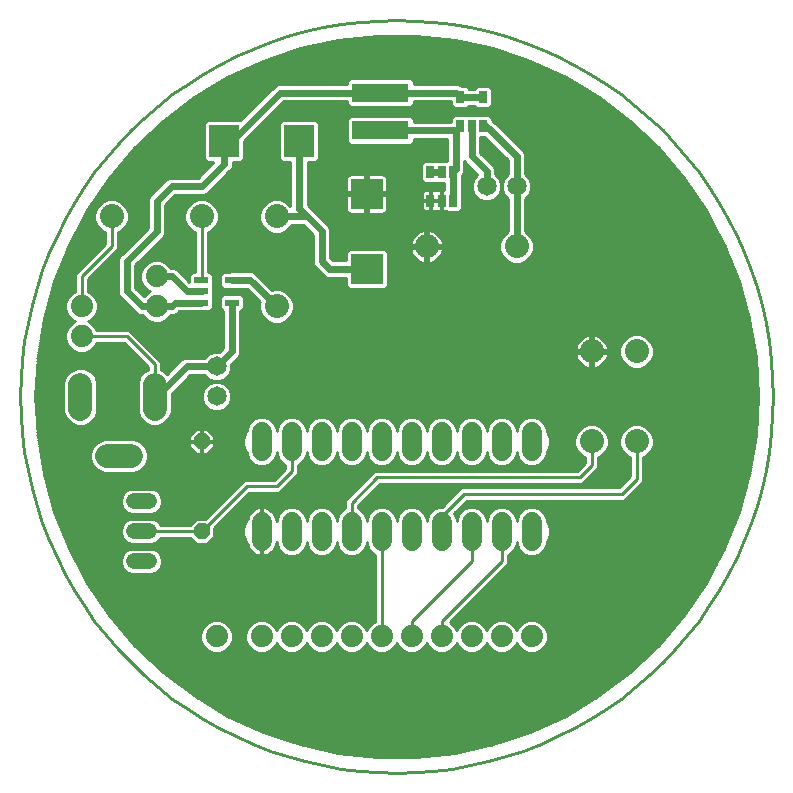
<source format=gtl>
G75*
G70*
%OFA0B0*%
%FSLAX24Y24*%
%IPPOS*%
%LPD*%
%AMOC8*
5,1,8,0,0,1.08239X$1,22.5*
%
%ADD10C,0.0100*%
%ADD11C,0.0660*%
%ADD12C,0.0000*%
%ADD13C,0.0740*%
%ADD14OC8,0.0520*%
%ADD15R,0.0472X0.0217*%
%ADD16C,0.0650*%
%ADD17C,0.0800*%
%ADD18C,0.0787*%
%ADD19R,0.0276X0.0394*%
%ADD20R,0.1890X0.0630*%
%ADD21R,0.1004X0.1063*%
%ADD22R,0.1063X0.1004*%
%ADD23C,0.0520*%
%ADD24C,0.0240*%
D10*
X004995Y004721D02*
X007460Y004721D01*
X007460Y004797D02*
X007460Y004583D01*
X007542Y004384D01*
X007694Y004232D01*
X007893Y004150D01*
X008107Y004150D01*
X008306Y004232D01*
X008458Y004384D01*
X008540Y004583D01*
X008540Y004797D01*
X008458Y004996D01*
X008306Y005148D01*
X008107Y005230D01*
X007893Y005230D01*
X007694Y005148D01*
X007542Y004996D01*
X007460Y004797D01*
X007469Y004819D02*
X004911Y004819D01*
X004828Y004918D02*
X007510Y004918D01*
X007563Y005016D02*
X004744Y005016D01*
X004660Y005115D02*
X007661Y005115D01*
X007853Y005213D02*
X004577Y005213D01*
X004493Y005312D02*
X013280Y005312D01*
X013280Y005410D02*
X004410Y005410D01*
X004415Y005404D02*
X003683Y006483D01*
X003073Y007634D01*
X002590Y008846D01*
X002242Y010102D01*
X002031Y011388D01*
X001960Y012690D01*
X002031Y013992D01*
X002242Y015278D01*
X002590Y016534D01*
X003073Y017745D01*
X003683Y018897D01*
X004415Y019976D01*
X005259Y020970D01*
X006206Y021866D01*
X007243Y022655D01*
X008360Y023327D01*
X009544Y023875D01*
X010779Y024291D01*
X012052Y024571D01*
X013348Y024712D01*
X014652Y024712D01*
X015948Y024571D01*
X017221Y024291D01*
X018456Y023875D01*
X019640Y023327D01*
X020757Y022655D01*
X021794Y021866D01*
X022741Y020970D01*
X023585Y019976D01*
X024317Y018897D01*
X024927Y017745D01*
X025410Y016534D01*
X025758Y015278D01*
X025969Y013992D01*
X026040Y012690D01*
X025969Y011388D01*
X025758Y010102D01*
X025410Y008846D01*
X024927Y007634D01*
X024317Y006483D01*
X023585Y005404D01*
X022741Y004410D01*
X021794Y003514D01*
X020757Y002725D01*
X019640Y002053D01*
X018456Y001505D01*
X017221Y001089D01*
X015948Y000809D01*
X014652Y000668D01*
X013348Y000668D01*
X012052Y000809D01*
X010779Y001089D01*
X009544Y001505D01*
X008360Y002053D01*
X007243Y002725D01*
X006206Y003514D01*
X005259Y004410D01*
X004415Y005404D01*
X004344Y005509D02*
X013280Y005509D01*
X013280Y005607D02*
X004277Y005607D01*
X004210Y005706D02*
X013280Y005706D01*
X013280Y005804D02*
X004143Y005804D01*
X004077Y005903D02*
X013280Y005903D01*
X013280Y006001D02*
X004010Y006001D01*
X003943Y006100D02*
X013280Y006100D01*
X013280Y006198D02*
X003876Y006198D01*
X003809Y006297D02*
X013280Y006297D01*
X013280Y006395D02*
X003743Y006395D01*
X003678Y006494D02*
X013280Y006494D01*
X013280Y006592D02*
X003625Y006592D01*
X003573Y006691D02*
X013280Y006691D01*
X013280Y006789D02*
X005917Y006789D01*
X005846Y006760D02*
X006004Y006825D01*
X006125Y006946D01*
X006190Y007104D01*
X006190Y007275D01*
X006125Y007434D01*
X006004Y007554D01*
X005846Y007620D01*
X005154Y007620D01*
X004996Y007554D01*
X004875Y007434D01*
X004810Y007275D01*
X004810Y007104D01*
X004875Y006946D01*
X004996Y006825D01*
X005154Y006760D01*
X005846Y006760D01*
X006066Y006888D02*
X013280Y006888D01*
X013280Y006986D02*
X006141Y006986D01*
X006182Y007085D02*
X013280Y007085D01*
X013280Y007183D02*
X006190Y007183D01*
X006187Y007282D02*
X013280Y007282D01*
X013280Y007380D02*
X012649Y007380D01*
X012599Y007360D02*
X012783Y007436D01*
X012924Y007577D01*
X013000Y007760D01*
X013076Y007577D01*
X013217Y007436D01*
X013280Y007410D01*
X013280Y005183D01*
X013194Y005148D01*
X013042Y004996D01*
X013000Y004894D01*
X012958Y004996D01*
X012806Y005148D01*
X012607Y005230D01*
X012393Y005230D01*
X012194Y005148D01*
X012042Y004996D01*
X012000Y004894D01*
X011958Y004996D01*
X011806Y005148D01*
X011607Y005230D01*
X011393Y005230D01*
X011194Y005148D01*
X011042Y004996D01*
X011000Y004894D01*
X010958Y004996D01*
X010806Y005148D01*
X010607Y005230D01*
X010393Y005230D01*
X010194Y005148D01*
X010042Y004996D01*
X010000Y004894D01*
X009958Y004996D01*
X009806Y005148D01*
X009607Y005230D01*
X009393Y005230D01*
X009194Y005148D01*
X009042Y004996D01*
X008960Y004797D01*
X008960Y004583D01*
X009042Y004384D01*
X009194Y004232D01*
X009393Y004150D01*
X009607Y004150D01*
X009806Y004232D01*
X009958Y004384D01*
X010000Y004486D01*
X010042Y004384D01*
X010194Y004232D01*
X010393Y004150D01*
X010607Y004150D01*
X010806Y004232D01*
X010958Y004384D01*
X011000Y004486D01*
X011042Y004384D01*
X011194Y004232D01*
X011393Y004150D01*
X011607Y004150D01*
X011806Y004232D01*
X011958Y004384D01*
X012000Y004486D01*
X012042Y004384D01*
X012194Y004232D01*
X012393Y004150D01*
X012607Y004150D01*
X012806Y004232D01*
X012958Y004384D01*
X013000Y004486D01*
X013042Y004384D01*
X013194Y004232D01*
X013393Y004150D01*
X013607Y004150D01*
X013806Y004232D01*
X013958Y004384D01*
X014000Y004486D01*
X014042Y004384D01*
X014194Y004232D01*
X014393Y004150D01*
X014607Y004150D01*
X014806Y004232D01*
X014958Y004384D01*
X015000Y004486D01*
X015042Y004384D01*
X015194Y004232D01*
X015393Y004150D01*
X015607Y004150D01*
X015806Y004232D01*
X015958Y004384D01*
X016000Y004486D01*
X016042Y004384D01*
X016194Y004232D01*
X016393Y004150D01*
X016607Y004150D01*
X016806Y004232D01*
X016958Y004384D01*
X017000Y004486D01*
X017042Y004384D01*
X017194Y004232D01*
X017393Y004150D01*
X017607Y004150D01*
X017806Y004232D01*
X017958Y004384D01*
X018000Y004486D01*
X018042Y004384D01*
X018194Y004232D01*
X018393Y004150D01*
X018607Y004150D01*
X018806Y004232D01*
X018958Y004384D01*
X019040Y004583D01*
X019040Y004797D01*
X018958Y004996D01*
X018806Y005148D01*
X018607Y005230D01*
X018393Y005230D01*
X018194Y005148D01*
X018042Y004996D01*
X018000Y004894D01*
X017958Y004996D01*
X017806Y005148D01*
X017607Y005230D01*
X017393Y005230D01*
X017194Y005148D01*
X017042Y004996D01*
X017000Y004894D01*
X016958Y004996D01*
X016806Y005148D01*
X016607Y005230D01*
X016393Y005230D01*
X016194Y005148D01*
X016042Y004996D01*
X016000Y004894D01*
X015958Y004996D01*
X015806Y005148D01*
X015780Y005159D01*
X017720Y007099D01*
X017720Y007410D01*
X017783Y007436D01*
X017924Y007577D01*
X018000Y007760D01*
X018076Y007577D01*
X018217Y007436D01*
X018401Y007360D01*
X018599Y007360D01*
X018783Y007436D01*
X018924Y007577D01*
X019000Y007760D01*
X019000Y007831D01*
X019015Y007846D01*
X019107Y008069D01*
X019107Y008311D01*
X019015Y008534D01*
X019000Y008549D01*
X019000Y008619D01*
X018924Y008803D01*
X018783Y008944D01*
X018599Y009020D01*
X018401Y009020D01*
X018217Y008944D01*
X018076Y008803D01*
X018000Y008619D01*
X017924Y008803D01*
X017783Y008944D01*
X017599Y009020D01*
X017401Y009020D01*
X017217Y008944D01*
X017076Y008803D01*
X017000Y008619D01*
X016924Y008803D01*
X016783Y008944D01*
X016599Y009020D01*
X016401Y009020D01*
X016217Y008944D01*
X016076Y008803D01*
X016000Y008619D01*
X015924Y008803D01*
X016341Y009220D01*
X021591Y009220D01*
X022220Y009849D01*
X022220Y010664D01*
X022323Y010707D01*
X022483Y010867D01*
X022570Y011077D01*
X022570Y011303D01*
X022483Y011513D01*
X022323Y011673D01*
X022113Y011760D01*
X021887Y011760D01*
X021677Y011673D01*
X021517Y011513D01*
X021430Y011303D01*
X021430Y011077D01*
X021517Y010867D01*
X021677Y010707D01*
X021780Y010664D01*
X021780Y010031D01*
X021409Y009660D01*
X016159Y009660D01*
X015519Y009020D01*
X015401Y009020D01*
X015217Y008944D01*
X015076Y008803D01*
X015000Y008619D01*
X014924Y008803D01*
X014783Y008944D01*
X014599Y009020D01*
X014401Y009020D01*
X014217Y008944D01*
X014076Y008803D01*
X014000Y008619D01*
X013924Y008803D01*
X013783Y008944D01*
X013599Y009020D01*
X013401Y009020D01*
X013217Y008944D01*
X013076Y008803D01*
X013000Y008619D01*
X012924Y008803D01*
X012783Y008944D01*
X012720Y008970D01*
X012720Y009049D01*
X013441Y009770D01*
X020191Y009770D01*
X020591Y010170D01*
X020720Y010299D01*
X020720Y010664D01*
X020823Y010707D01*
X020983Y010867D01*
X021070Y011077D01*
X021070Y011303D01*
X020983Y011513D01*
X020823Y011673D01*
X020613Y011760D01*
X020387Y011760D01*
X020177Y011673D01*
X020017Y011513D01*
X019930Y011303D01*
X019930Y011077D01*
X020017Y010867D01*
X020177Y010707D01*
X020280Y010664D01*
X020280Y010481D01*
X020009Y010210D01*
X013259Y010210D01*
X012280Y009231D01*
X012280Y008970D01*
X012217Y008944D01*
X012076Y008803D01*
X012000Y008619D01*
X011924Y008803D01*
X011783Y008944D01*
X011599Y009020D01*
X011401Y009020D01*
X011217Y008944D01*
X011076Y008803D01*
X011000Y008619D01*
X010924Y008803D01*
X010783Y008944D01*
X010599Y009020D01*
X010401Y009020D01*
X010217Y008944D01*
X010076Y008803D01*
X010000Y008619D01*
X010000Y008549D01*
X009978Y008571D01*
X009968Y008632D01*
X009945Y008704D01*
X009911Y008772D01*
X009866Y008833D01*
X009813Y008886D01*
X009752Y008930D01*
X009684Y008965D01*
X009612Y008988D01*
X009538Y009000D01*
X009529Y009000D01*
X009529Y008797D01*
X009471Y008797D01*
X009471Y009000D01*
X009462Y009000D01*
X009388Y008988D01*
X009316Y008965D01*
X009248Y008930D01*
X009187Y008886D01*
X009134Y008833D01*
X009089Y008772D01*
X009055Y008704D01*
X009032Y008632D01*
X009022Y008571D01*
X008985Y008534D01*
X008893Y008311D01*
X008893Y008069D01*
X008985Y007846D01*
X009022Y007809D01*
X009032Y007748D01*
X009055Y007676D01*
X003056Y007676D01*
X003017Y007774D02*
X005119Y007774D01*
X005154Y007760D02*
X005846Y007760D01*
X006004Y007825D01*
X006125Y007946D01*
X006134Y007970D01*
X007112Y007970D01*
X007322Y007760D01*
X007678Y007760D01*
X007930Y008012D01*
X007930Y008309D01*
X009091Y009470D01*
X010091Y009470D01*
X010220Y009599D01*
X010591Y009970D01*
X010591Y009970D01*
X010720Y010099D01*
X010720Y010410D01*
X010783Y010436D01*
X010924Y010577D01*
X011000Y010760D01*
X011076Y010577D01*
X011217Y010436D01*
X011401Y010360D01*
X011599Y010360D01*
X011783Y010436D01*
X011924Y010577D01*
X012000Y010760D01*
X012076Y010577D01*
X012217Y010436D01*
X012401Y010360D01*
X012599Y010360D01*
X012783Y010436D01*
X012924Y010577D01*
X013000Y010760D01*
X013076Y010577D01*
X013217Y010436D01*
X013401Y010360D01*
X013599Y010360D01*
X013783Y010436D01*
X013924Y010577D01*
X014000Y010760D01*
X014076Y010577D01*
X014217Y010436D01*
X014401Y010360D01*
X014599Y010360D01*
X014783Y010436D01*
X014924Y010577D01*
X015000Y010760D01*
X015076Y010577D01*
X015217Y010436D01*
X015401Y010360D01*
X015599Y010360D01*
X015783Y010436D01*
X015924Y010577D01*
X016000Y010760D01*
X016076Y010577D01*
X016217Y010436D01*
X016401Y010360D01*
X016599Y010360D01*
X016783Y010436D01*
X016924Y010577D01*
X017000Y010760D01*
X017076Y010577D01*
X017217Y010436D01*
X017401Y010360D01*
X017599Y010360D01*
X017783Y010436D01*
X017924Y010577D01*
X018000Y010760D01*
X018076Y010577D01*
X018217Y010436D01*
X018401Y010360D01*
X018599Y010360D01*
X018783Y010436D01*
X018924Y010577D01*
X019000Y010760D01*
X019000Y010831D01*
X019015Y010846D01*
X019107Y011069D01*
X019107Y011311D01*
X019015Y011534D01*
X019000Y011549D01*
X019000Y011619D01*
X018924Y011803D01*
X018783Y011944D01*
X018599Y012020D01*
X018401Y012020D01*
X018217Y011944D01*
X018076Y011803D01*
X018000Y011619D01*
X017924Y011803D01*
X017783Y011944D01*
X017599Y012020D01*
X017401Y012020D01*
X017217Y011944D01*
X017076Y011803D01*
X017000Y011619D01*
X016924Y011803D01*
X016783Y011944D01*
X016599Y012020D01*
X016401Y012020D01*
X016217Y011944D01*
X016076Y011803D01*
X016000Y011619D01*
X015924Y011803D01*
X015783Y011944D01*
X015599Y012020D01*
X015401Y012020D01*
X015217Y011944D01*
X015076Y011803D01*
X015000Y011619D01*
X014924Y011803D01*
X014783Y011944D01*
X014599Y012020D01*
X014401Y012020D01*
X014217Y011944D01*
X014076Y011803D01*
X014000Y011619D01*
X013924Y011803D01*
X013783Y011944D01*
X013599Y012020D01*
X013401Y012020D01*
X013217Y011944D01*
X013076Y011803D01*
X013000Y011619D01*
X012924Y011803D01*
X012783Y011944D01*
X012599Y012020D01*
X012401Y012020D01*
X012217Y011944D01*
X012076Y011803D01*
X012000Y011619D01*
X011924Y011803D01*
X011783Y011944D01*
X011599Y012020D01*
X011401Y012020D01*
X011217Y011944D01*
X011076Y011803D01*
X011000Y011619D01*
X010924Y011803D01*
X010783Y011944D01*
X010599Y012020D01*
X010401Y012020D01*
X010217Y011944D01*
X010076Y011803D01*
X010000Y011619D01*
X009924Y011803D01*
X009783Y011944D01*
X009599Y012020D01*
X009401Y012020D01*
X009217Y011944D01*
X009076Y011803D01*
X009000Y011619D01*
X009000Y011549D01*
X008985Y011534D01*
X008893Y011311D01*
X008893Y011069D01*
X008985Y010846D01*
X009000Y010831D01*
X009000Y010760D01*
X009076Y010577D01*
X009217Y010436D01*
X009401Y010360D01*
X009599Y010360D01*
X009783Y010436D01*
X009924Y010577D01*
X010000Y010760D01*
X010076Y010577D01*
X010217Y010436D01*
X010280Y010410D01*
X010280Y010281D01*
X009909Y009910D01*
X008909Y009910D01*
X008780Y009781D01*
X007619Y008620D01*
X007322Y008620D01*
X007112Y008410D01*
X006134Y008410D01*
X006125Y008434D01*
X006004Y008554D01*
X005846Y008620D01*
X005154Y008620D01*
X004996Y008554D01*
X004875Y008434D01*
X004810Y008275D01*
X004810Y008104D01*
X004875Y007946D01*
X004996Y007825D01*
X005154Y007760D01*
X005052Y007577D02*
X003103Y007577D01*
X003155Y007479D02*
X004921Y007479D01*
X004853Y007380D02*
X003208Y007380D01*
X003260Y007282D02*
X004813Y007282D01*
X004810Y007183D02*
X003312Y007183D01*
X003364Y007085D02*
X004818Y007085D01*
X004859Y006986D02*
X003416Y006986D01*
X003469Y006888D02*
X004934Y006888D01*
X005083Y006789D02*
X003521Y006789D01*
X002978Y007873D02*
X004949Y007873D01*
X004865Y007971D02*
X002939Y007971D01*
X002899Y008070D02*
X004824Y008070D01*
X004810Y008168D02*
X002860Y008168D01*
X002821Y008267D02*
X004810Y008267D01*
X004847Y008365D02*
X002782Y008365D01*
X002742Y008464D02*
X004906Y008464D01*
X005016Y008562D02*
X002703Y008562D01*
X002664Y008661D02*
X007660Y008661D01*
X007758Y008759D02*
X002625Y008759D01*
X002587Y008858D02*
X004964Y008858D01*
X004996Y008825D02*
X005154Y008760D01*
X005846Y008760D01*
X006004Y008825D01*
X006125Y008946D01*
X006190Y009104D01*
X006190Y009275D01*
X006125Y009434D01*
X006004Y009554D01*
X005846Y009620D01*
X005154Y009620D01*
X004996Y009554D01*
X004875Y009434D01*
X004810Y009275D01*
X004810Y009104D01*
X004875Y008946D01*
X004996Y008825D01*
X004871Y008956D02*
X002560Y008956D01*
X002532Y009055D02*
X004830Y009055D01*
X004810Y009153D02*
X002505Y009153D01*
X002477Y009252D02*
X004810Y009252D01*
X004841Y009350D02*
X002450Y009350D01*
X002423Y009449D02*
X004891Y009449D01*
X004989Y009547D02*
X002395Y009547D01*
X002368Y009646D02*
X008645Y009646D01*
X008743Y009744D02*
X002341Y009744D01*
X002313Y009843D02*
X008842Y009843D01*
X009000Y009690D02*
X010000Y009690D01*
X010500Y010190D01*
X010500Y011190D01*
X011000Y011549D02*
X011000Y011619D01*
X011000Y011549D01*
X011000Y011549D01*
X011000Y011616D02*
X011000Y011616D01*
X010961Y011714D02*
X011039Y011714D01*
X011086Y011813D02*
X010914Y011813D01*
X010816Y011911D02*
X011184Y011911D01*
X011376Y012010D02*
X010624Y012010D01*
X010376Y012010D02*
X009624Y012010D01*
X009816Y011911D02*
X010184Y011911D01*
X010086Y011813D02*
X009914Y011813D01*
X009961Y011714D02*
X010039Y011714D01*
X010000Y011619D02*
X010000Y011549D01*
X010000Y011549D01*
X010000Y011619D01*
X010000Y011616D02*
X010000Y011616D01*
X009376Y012010D02*
X006431Y012010D01*
X006411Y011961D02*
X006497Y012168D01*
X006497Y012777D01*
X007120Y013400D01*
X007590Y013400D01*
X007720Y013270D01*
X007902Y013195D01*
X008098Y013195D01*
X008280Y013270D01*
X008420Y013410D01*
X008495Y013591D01*
X008495Y013775D01*
X008664Y013944D01*
X008746Y014026D01*
X008790Y014132D01*
X008790Y015538D01*
X008818Y015538D01*
X008918Y015637D01*
X008918Y015995D01*
X008818Y016094D01*
X008598Y016094D01*
X008570Y016106D01*
X008454Y016106D01*
X008426Y016094D01*
X008205Y016094D01*
X008106Y015995D01*
X008106Y015637D01*
X008205Y015538D01*
X008210Y015538D01*
X008210Y014310D01*
X008085Y014185D01*
X007902Y014185D01*
X007720Y014110D01*
X007590Y013980D01*
X006021Y013980D01*
X006024Y013977D02*
X005220Y014781D01*
X005091Y014910D01*
X003993Y014910D01*
X003958Y014996D01*
X003806Y015148D01*
X003704Y015190D01*
X003806Y015232D01*
X003958Y015384D01*
X004040Y015583D01*
X004040Y015797D01*
X003958Y015996D01*
X003806Y016148D01*
X003720Y016183D01*
X003720Y016599D01*
X004720Y017599D01*
X004720Y018164D01*
X004823Y018207D01*
X004983Y018367D01*
X005070Y018577D01*
X005070Y018803D01*
X004983Y019013D01*
X004823Y019173D01*
X004613Y019260D01*
X004387Y019260D01*
X004177Y019173D01*
X004017Y019013D01*
X003930Y018803D01*
X003930Y018577D01*
X004017Y018367D01*
X004177Y018207D01*
X004280Y018164D01*
X004280Y017781D01*
X003409Y016910D01*
X003280Y016781D01*
X003280Y016183D01*
X003194Y016148D01*
X003042Y015996D01*
X002960Y015797D01*
X002960Y015583D01*
X003042Y015384D01*
X003194Y015232D01*
X003296Y015190D01*
X003194Y015148D01*
X003042Y014996D01*
X002960Y014797D01*
X002960Y014583D01*
X003042Y014384D01*
X003194Y014232D01*
X003393Y014150D01*
X003607Y014150D01*
X003806Y014232D01*
X003958Y014384D01*
X003993Y014470D01*
X004909Y014470D01*
X005713Y013666D01*
X005713Y013587D01*
X005614Y013546D01*
X005455Y013387D01*
X005369Y013180D01*
X005369Y012168D01*
X005455Y011961D01*
X005614Y011803D01*
X005821Y011717D01*
X006045Y011717D01*
X006252Y011803D01*
X006411Y011961D01*
X006361Y011911D02*
X009184Y011911D01*
X009086Y011813D02*
X006263Y011813D01*
X006472Y012108D02*
X026008Y012108D01*
X026003Y012010D02*
X018624Y012010D01*
X018816Y011911D02*
X025998Y011911D01*
X025992Y011813D02*
X018914Y011813D01*
X018961Y011714D02*
X020277Y011714D01*
X020120Y011616D02*
X019000Y011616D01*
X019022Y011517D02*
X020021Y011517D01*
X019978Y011419D02*
X019063Y011419D01*
X019103Y011320D02*
X019937Y011320D01*
X019930Y011222D02*
X019107Y011222D01*
X019107Y011123D02*
X019930Y011123D01*
X019951Y011025D02*
X019089Y011025D01*
X019048Y010926D02*
X019992Y010926D01*
X020056Y010828D02*
X019000Y010828D01*
X018987Y010729D02*
X020154Y010729D01*
X020280Y010631D02*
X018946Y010631D01*
X018880Y010532D02*
X020280Y010532D01*
X020233Y010434D02*
X018778Y010434D01*
X018222Y010434D02*
X017778Y010434D01*
X017880Y010532D02*
X018120Y010532D01*
X018054Y010631D02*
X017946Y010631D01*
X017987Y010729D02*
X018013Y010729D01*
X018000Y010760D02*
X018000Y010831D01*
X018000Y010831D01*
X018000Y010760D01*
X018000Y010828D02*
X018000Y010828D01*
X018000Y011549D02*
X018000Y011549D01*
X018000Y011619D01*
X018000Y011549D01*
X018000Y011616D02*
X018000Y011616D01*
X017961Y011714D02*
X018039Y011714D01*
X018086Y011813D02*
X017914Y011813D01*
X017816Y011911D02*
X018184Y011911D01*
X018376Y012010D02*
X017624Y012010D01*
X017376Y012010D02*
X016624Y012010D01*
X016816Y011911D02*
X017184Y011911D01*
X017086Y011813D02*
X016914Y011813D01*
X016961Y011714D02*
X017039Y011714D01*
X017000Y011619D02*
X017000Y011549D01*
X017000Y011549D01*
X017000Y011619D01*
X017000Y011616D02*
X017000Y011616D01*
X016376Y012010D02*
X015624Y012010D01*
X015816Y011911D02*
X016184Y011911D01*
X016086Y011813D02*
X015914Y011813D01*
X015961Y011714D02*
X016039Y011714D01*
X016000Y011619D02*
X016000Y011549D01*
X016000Y011549D01*
X016000Y011619D01*
X016000Y011616D02*
X016000Y011616D01*
X015376Y012010D02*
X014624Y012010D01*
X014816Y011911D02*
X015184Y011911D01*
X015086Y011813D02*
X014914Y011813D01*
X014961Y011714D02*
X015039Y011714D01*
X015000Y011619D02*
X015000Y011549D01*
X015000Y011549D01*
X015000Y011619D01*
X015000Y011616D02*
X015000Y011616D01*
X014376Y012010D02*
X013624Y012010D01*
X013816Y011911D02*
X014184Y011911D01*
X014086Y011813D02*
X013914Y011813D01*
X013961Y011714D02*
X014039Y011714D01*
X014000Y011619D02*
X014000Y011549D01*
X014000Y011549D01*
X014000Y011619D01*
X014000Y011616D02*
X014000Y011616D01*
X013376Y012010D02*
X012624Y012010D01*
X012816Y011911D02*
X013184Y011911D01*
X013086Y011813D02*
X012914Y011813D01*
X012961Y011714D02*
X013039Y011714D01*
X013000Y011619D02*
X013000Y011549D01*
X013000Y011549D01*
X013000Y011619D01*
X013000Y011616D02*
X013000Y011616D01*
X012376Y012010D02*
X011624Y012010D01*
X011816Y011911D02*
X012184Y011911D01*
X012086Y011813D02*
X011914Y011813D01*
X011961Y011714D02*
X012039Y011714D01*
X012000Y011619D02*
X012000Y011549D01*
X012000Y011549D01*
X012000Y011619D01*
X012000Y011616D02*
X012000Y011616D01*
X012000Y010831D02*
X012000Y010760D01*
X012000Y010831D01*
X012000Y010831D01*
X012000Y010828D02*
X012000Y010828D01*
X011987Y010729D02*
X012013Y010729D01*
X012054Y010631D02*
X011946Y010631D01*
X011880Y010532D02*
X012120Y010532D01*
X012222Y010434D02*
X011778Y010434D01*
X011222Y010434D02*
X010778Y010434D01*
X010720Y010335D02*
X020134Y010335D01*
X020036Y010237D02*
X010720Y010237D01*
X010720Y010138D02*
X013187Y010138D01*
X013089Y010040D02*
X010661Y010040D01*
X010563Y009941D02*
X012990Y009941D01*
X012892Y009843D02*
X010464Y009843D01*
X010366Y009744D02*
X012793Y009744D01*
X012695Y009646D02*
X010267Y009646D01*
X010220Y009599D02*
X010220Y009599D01*
X010169Y009547D02*
X012596Y009547D01*
X012498Y009449D02*
X009070Y009449D01*
X008972Y009350D02*
X012399Y009350D01*
X012301Y009252D02*
X008873Y009252D01*
X008775Y009153D02*
X012280Y009153D01*
X012280Y009055D02*
X008676Y009055D01*
X008578Y008956D02*
X009299Y008956D01*
X009159Y008858D02*
X008479Y008858D01*
X008381Y008759D02*
X009083Y008759D01*
X009041Y008661D02*
X008282Y008661D01*
X008184Y008562D02*
X009013Y008562D01*
X008956Y008464D02*
X008085Y008464D01*
X007987Y008365D02*
X008915Y008365D01*
X008893Y008267D02*
X007930Y008267D01*
X007930Y008168D02*
X008893Y008168D01*
X008893Y008070D02*
X007930Y008070D01*
X007890Y007971D02*
X008933Y007971D01*
X008974Y007873D02*
X007791Y007873D01*
X007693Y007774D02*
X009028Y007774D01*
X009055Y007676D02*
X009089Y007608D01*
X009134Y007547D01*
X009187Y007494D01*
X009248Y007449D01*
X009316Y007415D01*
X009388Y007392D01*
X009462Y007380D01*
X009471Y007380D01*
X009471Y007582D01*
X009529Y007582D01*
X009529Y007380D01*
X009538Y007380D01*
X009612Y007392D01*
X009684Y007415D01*
X009752Y007449D01*
X009813Y007494D01*
X009866Y007547D01*
X009911Y007608D01*
X009945Y007676D01*
X010035Y007676D01*
X009945Y007676D02*
X009968Y007748D01*
X009978Y007809D01*
X010000Y007831D01*
X010000Y007760D01*
X010076Y007577D01*
X010217Y007436D01*
X010401Y007360D01*
X010599Y007360D01*
X010783Y007436D01*
X010924Y007577D01*
X011000Y007760D01*
X011076Y007577D01*
X011217Y007436D01*
X011401Y007360D01*
X011599Y007360D01*
X011783Y007436D01*
X011924Y007577D01*
X012000Y007760D01*
X012076Y007577D01*
X012217Y007436D01*
X012401Y007360D01*
X012599Y007360D01*
X012351Y007380D02*
X011649Y007380D01*
X011826Y007479D02*
X012174Y007479D01*
X012076Y007577D02*
X011924Y007577D01*
X011965Y007676D02*
X012035Y007676D01*
X012000Y007760D02*
X012000Y007831D01*
X012000Y007831D01*
X012000Y007760D01*
X012000Y007774D02*
X012000Y007774D01*
X012500Y008190D02*
X012500Y009140D01*
X013350Y009990D01*
X020100Y009990D01*
X020500Y010390D01*
X020500Y011190D01*
X020723Y011714D02*
X021777Y011714D01*
X021620Y011616D02*
X020880Y011616D01*
X020979Y011517D02*
X021521Y011517D01*
X021478Y011419D02*
X021022Y011419D01*
X021063Y011320D02*
X021437Y011320D01*
X021430Y011222D02*
X021070Y011222D01*
X021070Y011123D02*
X021430Y011123D01*
X021451Y011025D02*
X021049Y011025D01*
X021008Y010926D02*
X021492Y010926D01*
X021556Y010828D02*
X020944Y010828D01*
X020846Y010729D02*
X021654Y010729D01*
X021780Y010631D02*
X020720Y010631D01*
X020720Y010532D02*
X021780Y010532D01*
X021780Y010434D02*
X020720Y010434D01*
X020720Y010335D02*
X021780Y010335D01*
X021780Y010237D02*
X020658Y010237D01*
X020560Y010138D02*
X021780Y010138D01*
X021780Y010040D02*
X020461Y010040D01*
X020363Y009941D02*
X021690Y009941D01*
X021592Y009843D02*
X020264Y009843D01*
X018983Y008661D02*
X025336Y008661D01*
X025297Y008562D02*
X019000Y008562D01*
X019044Y008464D02*
X025258Y008464D01*
X025218Y008365D02*
X019085Y008365D01*
X019107Y008267D02*
X025179Y008267D01*
X025140Y008168D02*
X019107Y008168D01*
X019107Y008070D02*
X025101Y008070D01*
X025061Y007971D02*
X019067Y007971D01*
X019026Y007873D02*
X025022Y007873D01*
X024983Y007774D02*
X019000Y007774D01*
X018965Y007676D02*
X024944Y007676D01*
X024897Y007577D02*
X018924Y007577D01*
X018826Y007479D02*
X024845Y007479D01*
X024792Y007380D02*
X018649Y007380D01*
X018351Y007380D02*
X017720Y007380D01*
X017720Y007282D02*
X024740Y007282D01*
X024688Y007183D02*
X017720Y007183D01*
X017706Y007085D02*
X024636Y007085D01*
X024584Y006986D02*
X017608Y006986D01*
X017509Y006888D02*
X024531Y006888D01*
X024479Y006789D02*
X017411Y006789D01*
X017312Y006691D02*
X024427Y006691D01*
X024375Y006592D02*
X017214Y006592D01*
X017115Y006494D02*
X024322Y006494D01*
X024257Y006395D02*
X017017Y006395D01*
X016918Y006297D02*
X024191Y006297D01*
X024124Y006198D02*
X016820Y006198D01*
X016721Y006100D02*
X024057Y006100D01*
X023990Y006001D02*
X016623Y006001D01*
X016524Y005903D02*
X023923Y005903D01*
X023857Y005804D02*
X016426Y005804D01*
X016327Y005706D02*
X023790Y005706D01*
X023723Y005607D02*
X016229Y005607D01*
X016130Y005509D02*
X023656Y005509D01*
X023590Y005410D02*
X016032Y005410D01*
X015933Y005312D02*
X023507Y005312D01*
X023423Y005213D02*
X018647Y005213D01*
X018839Y005115D02*
X023340Y005115D01*
X023256Y005016D02*
X018937Y005016D01*
X018990Y004918D02*
X023172Y004918D01*
X023089Y004819D02*
X019031Y004819D01*
X019040Y004721D02*
X023005Y004721D01*
X022921Y004622D02*
X019040Y004622D01*
X019016Y004524D02*
X022838Y004524D01*
X022754Y004425D02*
X018975Y004425D01*
X018901Y004327D02*
X022653Y004327D01*
X022549Y004228D02*
X018797Y004228D01*
X018203Y004228D02*
X017797Y004228D01*
X017901Y004327D02*
X018099Y004327D01*
X018025Y004425D02*
X017975Y004425D01*
X017990Y004918D02*
X018010Y004918D01*
X018063Y005016D02*
X017937Y005016D01*
X017839Y005115D02*
X018161Y005115D01*
X018353Y005213D02*
X017647Y005213D01*
X017353Y005213D02*
X016647Y005213D01*
X016839Y005115D02*
X017161Y005115D01*
X017063Y005016D02*
X016937Y005016D01*
X016990Y004918D02*
X017010Y004918D01*
X017025Y004425D02*
X016975Y004425D01*
X016901Y004327D02*
X017099Y004327D01*
X017203Y004228D02*
X016797Y004228D01*
X016203Y004228D02*
X015797Y004228D01*
X015901Y004327D02*
X016099Y004327D01*
X016025Y004425D02*
X015975Y004425D01*
X015500Y004690D02*
X015500Y005190D01*
X017500Y007190D01*
X017500Y008190D01*
X018000Y008549D02*
X018000Y008619D01*
X018000Y008549D01*
X018000Y008549D01*
X018000Y008562D02*
X018000Y008562D01*
X017983Y008661D02*
X018017Y008661D01*
X018058Y008759D02*
X017942Y008759D01*
X017869Y008858D02*
X018131Y008858D01*
X018247Y008956D02*
X017753Y008956D01*
X017247Y008956D02*
X016753Y008956D01*
X016869Y008858D02*
X017131Y008858D01*
X017058Y008759D02*
X016942Y008759D01*
X016983Y008661D02*
X017017Y008661D01*
X017000Y008619D02*
X017000Y008549D01*
X017000Y008549D01*
X017000Y008619D01*
X017000Y008562D02*
X017000Y008562D01*
X016500Y008190D02*
X016500Y007190D01*
X014500Y005190D01*
X014500Y004690D01*
X014901Y004327D02*
X015099Y004327D01*
X015025Y004425D02*
X014975Y004425D01*
X014797Y004228D02*
X015203Y004228D01*
X014203Y004228D02*
X013797Y004228D01*
X013901Y004327D02*
X014099Y004327D01*
X014025Y004425D02*
X013975Y004425D01*
X013500Y004690D02*
X013500Y008190D01*
X014000Y008549D02*
X014000Y008619D01*
X014000Y008549D01*
X014000Y008549D01*
X014000Y008562D02*
X014000Y008562D01*
X013983Y008661D02*
X014017Y008661D01*
X014058Y008759D02*
X013942Y008759D01*
X013869Y008858D02*
X014131Y008858D01*
X014247Y008956D02*
X013753Y008956D01*
X013247Y008956D02*
X012753Y008956D01*
X012726Y009055D02*
X015554Y009055D01*
X015652Y009153D02*
X012825Y009153D01*
X012923Y009252D02*
X015751Y009252D01*
X015849Y009350D02*
X013022Y009350D01*
X013120Y009449D02*
X015948Y009449D01*
X016046Y009547D02*
X013219Y009547D01*
X013317Y009646D02*
X016145Y009646D01*
X016250Y009440D02*
X015500Y008690D01*
X015500Y008190D01*
X016000Y008549D02*
X016000Y008619D01*
X016000Y008549D01*
X016000Y008549D01*
X016000Y008562D02*
X016000Y008562D01*
X015983Y008661D02*
X016017Y008661D01*
X016058Y008759D02*
X015942Y008759D01*
X015979Y008858D02*
X016131Y008858D01*
X016078Y008956D02*
X016247Y008956D01*
X016176Y009055D02*
X025468Y009055D01*
X025495Y009153D02*
X016275Y009153D01*
X016250Y009440D02*
X021500Y009440D01*
X022000Y009940D01*
X022000Y011190D01*
X022380Y011616D02*
X025982Y011616D01*
X025987Y011714D02*
X022223Y011714D01*
X022479Y011517D02*
X025976Y011517D01*
X025971Y011419D02*
X022522Y011419D01*
X022563Y011320D02*
X025958Y011320D01*
X025969Y011388D02*
X025969Y011388D01*
X025942Y011222D02*
X022570Y011222D01*
X022570Y011123D02*
X025926Y011123D01*
X025910Y011025D02*
X022549Y011025D01*
X022508Y010926D02*
X025894Y010926D01*
X025878Y010828D02*
X022444Y010828D01*
X022346Y010729D02*
X025861Y010729D01*
X025845Y010631D02*
X022220Y010631D01*
X022220Y010532D02*
X025829Y010532D01*
X025813Y010434D02*
X022220Y010434D01*
X022220Y010335D02*
X025797Y010335D01*
X025781Y010237D02*
X022220Y010237D01*
X022220Y010138D02*
X025764Y010138D01*
X025741Y010040D02*
X022220Y010040D01*
X022220Y009941D02*
X025714Y009941D01*
X025687Y009843D02*
X022214Y009843D01*
X022116Y009744D02*
X025659Y009744D01*
X025632Y009646D02*
X022017Y009646D01*
X021919Y009547D02*
X025605Y009547D01*
X025577Y009449D02*
X021820Y009449D01*
X021722Y009350D02*
X025550Y009350D01*
X025523Y009252D02*
X021623Y009252D01*
X021493Y009744D02*
X013416Y009744D01*
X013222Y010434D02*
X012778Y010434D01*
X012880Y010532D02*
X013120Y010532D01*
X013054Y010631D02*
X012946Y010631D01*
X012987Y010729D02*
X013013Y010729D01*
X013000Y010760D02*
X013000Y010831D01*
X013000Y010831D01*
X013000Y010760D01*
X013000Y010828D02*
X013000Y010828D01*
X013778Y010434D02*
X014222Y010434D01*
X014120Y010532D02*
X013880Y010532D01*
X013946Y010631D02*
X014054Y010631D01*
X014013Y010729D02*
X013987Y010729D01*
X014000Y010760D02*
X014000Y010831D01*
X014000Y010831D01*
X014000Y010760D01*
X014000Y010828D02*
X014000Y010828D01*
X014778Y010434D02*
X015222Y010434D01*
X015120Y010532D02*
X014880Y010532D01*
X014946Y010631D02*
X015054Y010631D01*
X015013Y010729D02*
X014987Y010729D01*
X015000Y010760D02*
X015000Y010831D01*
X015000Y010831D01*
X015000Y010760D01*
X015000Y010828D02*
X015000Y010828D01*
X015778Y010434D02*
X016222Y010434D01*
X016120Y010532D02*
X015880Y010532D01*
X015946Y010631D02*
X016054Y010631D01*
X016013Y010729D02*
X015987Y010729D01*
X016000Y010760D02*
X016000Y010831D01*
X016000Y010831D01*
X016000Y010760D01*
X016000Y010828D02*
X016000Y010828D01*
X016778Y010434D02*
X017222Y010434D01*
X017120Y010532D02*
X016880Y010532D01*
X016946Y010631D02*
X017054Y010631D01*
X017013Y010729D02*
X016987Y010729D01*
X017000Y010760D02*
X017000Y010831D01*
X017000Y010831D01*
X017000Y010760D01*
X017000Y010828D02*
X017000Y010828D01*
X015247Y008956D02*
X014753Y008956D01*
X014869Y008858D02*
X015131Y008858D01*
X015058Y008759D02*
X014942Y008759D01*
X014983Y008661D02*
X015017Y008661D01*
X015000Y008619D02*
X015000Y008549D01*
X015000Y008549D01*
X015000Y008619D01*
X015000Y008562D02*
X015000Y008562D01*
X013131Y008858D02*
X012869Y008858D01*
X012942Y008759D02*
X013058Y008759D01*
X013017Y008661D02*
X012983Y008661D01*
X013000Y008619D02*
X013000Y008549D01*
X013000Y008549D01*
X013000Y008619D01*
X013000Y008562D02*
X013000Y008562D01*
X013000Y007831D02*
X013000Y007760D01*
X013000Y007831D01*
X013000Y007831D01*
X013000Y007774D02*
X013000Y007774D01*
X012965Y007676D02*
X013035Y007676D01*
X013076Y007577D02*
X012924Y007577D01*
X012826Y007479D02*
X013174Y007479D01*
X012000Y008549D02*
X012000Y008549D01*
X012000Y008619D01*
X012000Y008549D01*
X012000Y008562D02*
X012000Y008562D01*
X011983Y008661D02*
X012017Y008661D01*
X012058Y008759D02*
X011942Y008759D01*
X011869Y008858D02*
X012131Y008858D01*
X012247Y008956D02*
X011753Y008956D01*
X011247Y008956D02*
X010753Y008956D01*
X010869Y008858D02*
X011131Y008858D01*
X011058Y008759D02*
X010942Y008759D01*
X010983Y008661D02*
X011017Y008661D01*
X011000Y008619D02*
X011000Y008549D01*
X011000Y008549D01*
X011000Y008619D01*
X011000Y008562D02*
X011000Y008562D01*
X011000Y007831D02*
X011000Y007760D01*
X011000Y007831D01*
X011000Y007831D01*
X011000Y007774D02*
X011000Y007774D01*
X010965Y007676D02*
X011035Y007676D01*
X011076Y007577D02*
X010924Y007577D01*
X010826Y007479D02*
X011174Y007479D01*
X011351Y007380D02*
X010649Y007380D01*
X010351Y007380D02*
X009541Y007380D01*
X009529Y007380D02*
X009471Y007380D01*
X009459Y007380D02*
X006147Y007380D01*
X006079Y007479D02*
X009208Y007479D01*
X009112Y007577D02*
X005948Y007577D01*
X005881Y007774D02*
X007307Y007774D01*
X007209Y007873D02*
X006051Y007873D01*
X006094Y008464D02*
X007166Y008464D01*
X007264Y008562D02*
X005984Y008562D01*
X006036Y008858D02*
X007857Y008858D01*
X007955Y008956D02*
X006129Y008956D01*
X006170Y009055D02*
X008054Y009055D01*
X008152Y009153D02*
X006190Y009153D01*
X006190Y009252D02*
X008251Y009252D01*
X008349Y009350D02*
X006159Y009350D01*
X006109Y009449D02*
X008448Y009449D01*
X008546Y009547D02*
X006011Y009547D01*
X005465Y010228D02*
X005624Y010386D01*
X005709Y010594D01*
X005709Y010818D01*
X005624Y011025D01*
X007090Y011025D01*
X007090Y011020D02*
X007330Y010780D01*
X007470Y010780D01*
X007470Y011160D01*
X007090Y011160D01*
X007090Y011020D01*
X007090Y011123D02*
X005525Y011123D01*
X005465Y011184D02*
X005258Y011269D01*
X004246Y011269D01*
X004039Y011184D01*
X003880Y011025D01*
X002090Y011025D01*
X002074Y011123D02*
X003979Y011123D01*
X003880Y011025D02*
X003795Y010818D01*
X003795Y010594D01*
X003880Y010386D01*
X004039Y010228D01*
X004246Y010142D01*
X005258Y010142D01*
X005465Y010228D01*
X005474Y010237D02*
X010236Y010237D01*
X010280Y010335D02*
X005573Y010335D01*
X005643Y010434D02*
X009222Y010434D01*
X009120Y010532D02*
X005684Y010532D01*
X005709Y010631D02*
X009054Y010631D01*
X009013Y010729D02*
X005709Y010729D01*
X005705Y010828D02*
X007282Y010828D01*
X007184Y010926D02*
X005664Y010926D01*
X005624Y011025D02*
X005465Y011184D01*
X005372Y011222D02*
X007090Y011222D01*
X007090Y011220D02*
X007470Y011220D01*
X007470Y011600D01*
X007330Y011600D01*
X007090Y011360D01*
X007090Y011220D01*
X007090Y011320D02*
X002042Y011320D01*
X002058Y011222D02*
X004132Y011222D01*
X003840Y010926D02*
X002106Y010926D01*
X002122Y010828D02*
X003799Y010828D01*
X003795Y010729D02*
X002139Y010729D01*
X002155Y010631D02*
X003795Y010631D01*
X003820Y010532D02*
X002171Y010532D01*
X002187Y010434D02*
X003861Y010434D01*
X003931Y010335D02*
X002203Y010335D01*
X002219Y010237D02*
X004030Y010237D01*
X003565Y011717D02*
X003341Y011717D01*
X003133Y011803D01*
X002975Y011961D01*
X002889Y012168D01*
X002889Y013180D01*
X002975Y013387D01*
X003133Y013546D01*
X003341Y013632D01*
X003565Y013632D01*
X003772Y013546D01*
X003931Y013387D01*
X004016Y013180D01*
X004016Y012168D01*
X003931Y011961D01*
X003772Y011803D01*
X003565Y011717D01*
X003782Y011813D02*
X005603Y011813D01*
X005505Y011911D02*
X003881Y011911D01*
X003951Y012010D02*
X005435Y012010D01*
X005394Y012108D02*
X003992Y012108D01*
X004016Y012207D02*
X005369Y012207D01*
X005369Y012305D02*
X004016Y012305D01*
X004016Y012404D02*
X005369Y012404D01*
X005369Y012502D02*
X004016Y012502D01*
X004016Y012601D02*
X005369Y012601D01*
X005369Y012699D02*
X004016Y012699D01*
X004016Y012798D02*
X005369Y012798D01*
X005369Y012896D02*
X004016Y012896D01*
X004016Y012995D02*
X005369Y012995D01*
X005369Y013093D02*
X004016Y013093D01*
X004012Y013192D02*
X005374Y013192D01*
X005415Y013290D02*
X003971Y013290D01*
X003929Y013389D02*
X005457Y013389D01*
X005555Y013487D02*
X003830Y013487D01*
X003675Y013586D02*
X005711Y013586D01*
X005694Y013684D02*
X002014Y013684D01*
X002009Y013586D02*
X003230Y013586D01*
X003075Y013487D02*
X002003Y013487D01*
X001998Y013389D02*
X002977Y013389D01*
X002935Y013290D02*
X001993Y013290D01*
X001987Y013192D02*
X002894Y013192D01*
X002889Y013093D02*
X001982Y013093D01*
X001977Y012995D02*
X002889Y012995D01*
X002889Y012896D02*
X001971Y012896D01*
X001966Y012798D02*
X002889Y012798D01*
X002889Y012699D02*
X001961Y012699D01*
X001965Y012601D02*
X002889Y012601D01*
X002889Y012502D02*
X001970Y012502D01*
X001976Y012404D02*
X002889Y012404D01*
X002889Y012305D02*
X001981Y012305D01*
X001986Y012207D02*
X002889Y012207D01*
X002914Y012108D02*
X001992Y012108D01*
X001997Y012010D02*
X002955Y012010D01*
X003025Y011911D02*
X002002Y011911D01*
X002008Y011813D02*
X003123Y011813D01*
X002013Y011714D02*
X009039Y011714D01*
X009000Y011616D02*
X002018Y011616D01*
X002024Y011517D02*
X007248Y011517D01*
X007149Y011419D02*
X002029Y011419D01*
X002236Y010138D02*
X010137Y010138D01*
X010039Y010040D02*
X002259Y010040D01*
X002286Y009941D02*
X009940Y009941D01*
X009778Y010434D02*
X010222Y010434D01*
X010120Y010532D02*
X009880Y010532D01*
X009946Y010631D02*
X010054Y010631D01*
X010013Y010729D02*
X009987Y010729D01*
X010000Y010760D02*
X010000Y010831D01*
X010000Y010831D01*
X010000Y010760D01*
X010000Y010828D02*
X010000Y010828D01*
X010880Y010532D02*
X011120Y010532D01*
X011054Y010631D02*
X010946Y010631D01*
X010987Y010729D02*
X011013Y010729D01*
X011000Y010760D02*
X011000Y010831D01*
X011000Y010831D01*
X011000Y010760D01*
X011000Y010828D02*
X011000Y010828D01*
X010247Y008956D02*
X009701Y008956D01*
X009841Y008858D02*
X010131Y008858D01*
X010058Y008759D02*
X009917Y008759D01*
X009959Y008661D02*
X010017Y008661D01*
X010000Y008562D02*
X009987Y008562D01*
X010000Y008549D02*
X010000Y008549D01*
X009529Y008858D02*
X009471Y008858D01*
X009471Y008956D02*
X009529Y008956D01*
X009000Y009690D02*
X007500Y008190D01*
X005500Y008190D01*
X007530Y010780D02*
X007670Y010780D01*
X007910Y011020D01*
X007910Y011160D01*
X007530Y011160D01*
X007530Y011220D01*
X007470Y011220D01*
X007470Y011160D01*
X007530Y011160D01*
X007530Y010780D01*
X007530Y010828D02*
X007470Y010828D01*
X007470Y010926D02*
X007530Y010926D01*
X007530Y011025D02*
X007470Y011025D01*
X007470Y011123D02*
X007530Y011123D01*
X007530Y011220D02*
X007910Y011220D01*
X007910Y011360D01*
X007670Y011600D01*
X007530Y011600D01*
X007530Y011220D01*
X007530Y011222D02*
X007470Y011222D01*
X007470Y011320D02*
X007530Y011320D01*
X007530Y011419D02*
X007470Y011419D01*
X007470Y011517D02*
X007530Y011517D01*
X007752Y011517D02*
X008978Y011517D01*
X008937Y011419D02*
X007851Y011419D01*
X007910Y011320D02*
X008897Y011320D01*
X008893Y011222D02*
X007910Y011222D01*
X007910Y011123D02*
X008893Y011123D01*
X008911Y011025D02*
X007910Y011025D01*
X007816Y010926D02*
X008952Y010926D01*
X009000Y010828D02*
X007718Y010828D01*
X007902Y012195D02*
X007720Y012270D01*
X007580Y012410D01*
X007505Y012591D01*
X007505Y012788D01*
X007580Y012970D01*
X007720Y013110D01*
X007902Y013185D01*
X008098Y013185D01*
X008280Y013110D01*
X008420Y012970D01*
X008495Y012788D01*
X008495Y012591D01*
X008420Y012410D01*
X008280Y012270D01*
X008098Y012195D01*
X007902Y012195D01*
X007872Y012207D02*
X006497Y012207D01*
X006497Y012305D02*
X007684Y012305D01*
X007586Y012404D02*
X006497Y012404D01*
X006497Y012502D02*
X007542Y012502D01*
X007505Y012601D02*
X006497Y012601D01*
X006497Y012699D02*
X007505Y012699D01*
X007509Y012798D02*
X006518Y012798D01*
X006617Y012896D02*
X007550Y012896D01*
X007605Y012995D02*
X006715Y012995D01*
X006814Y013093D02*
X007703Y013093D01*
X007699Y013290D02*
X007011Y013290D01*
X006912Y013192D02*
X026013Y013192D01*
X026007Y013290D02*
X008301Y013290D01*
X008399Y013389D02*
X026002Y013389D01*
X025997Y013487D02*
X008452Y013487D01*
X008493Y013586D02*
X025991Y013586D01*
X025986Y013684D02*
X022269Y013684D01*
X022323Y013707D02*
X022483Y013867D01*
X022570Y014077D01*
X022570Y014303D01*
X022483Y014513D01*
X022323Y014673D01*
X022113Y014760D01*
X021887Y014760D01*
X021677Y014673D01*
X021517Y014513D01*
X021430Y014303D01*
X021430Y014077D01*
X021517Y013867D01*
X021677Y013707D01*
X021887Y013620D01*
X022113Y013620D01*
X022323Y013707D01*
X022399Y013783D02*
X025981Y013783D01*
X025975Y013881D02*
X022489Y013881D01*
X022530Y013980D02*
X025970Y013980D01*
X025955Y014078D02*
X022570Y014078D01*
X022570Y014177D02*
X025939Y014177D01*
X025923Y014275D02*
X022570Y014275D01*
X022541Y014374D02*
X025907Y014374D01*
X025891Y014472D02*
X022500Y014472D01*
X022425Y014571D02*
X025874Y014571D01*
X025858Y014669D02*
X022327Y014669D01*
X021673Y014669D02*
X020770Y014669D01*
X020788Y014660D02*
X020711Y014700D01*
X020629Y014726D01*
X020550Y014739D01*
X020550Y014240D01*
X020450Y014240D01*
X020450Y014739D01*
X020371Y014726D01*
X020289Y014700D01*
X020212Y014660D01*
X020142Y014609D01*
X020080Y014548D01*
X020030Y014478D01*
X019990Y014401D01*
X019964Y014319D01*
X019951Y014240D01*
X020450Y014240D01*
X020450Y014140D01*
X019951Y014140D01*
X019964Y014061D01*
X019990Y013979D01*
X020030Y013902D01*
X020080Y013832D01*
X020142Y013770D01*
X020212Y013720D01*
X020289Y013680D01*
X020371Y013653D01*
X020450Y013641D01*
X020450Y014140D01*
X020550Y014140D01*
X020550Y014240D01*
X021049Y014240D01*
X021036Y014319D01*
X021010Y014401D01*
X020970Y014478D01*
X020920Y014548D01*
X020858Y014609D01*
X020788Y014660D01*
X020897Y014571D02*
X021575Y014571D01*
X021500Y014472D02*
X020973Y014472D01*
X021019Y014374D02*
X021459Y014374D01*
X021430Y014275D02*
X021043Y014275D01*
X021049Y014140D02*
X020550Y014140D01*
X020550Y013641D01*
X020629Y013653D01*
X020711Y013680D01*
X020788Y013720D01*
X020858Y013770D01*
X020920Y013832D01*
X020970Y013902D01*
X021010Y013979D01*
X021036Y014061D01*
X021049Y014140D01*
X021039Y014078D02*
X021430Y014078D01*
X021430Y014177D02*
X020550Y014177D01*
X020550Y014275D02*
X020450Y014275D01*
X020450Y014177D02*
X008790Y014177D01*
X008790Y014275D02*
X019957Y014275D01*
X019981Y014374D02*
X008790Y014374D01*
X008790Y014472D02*
X020027Y014472D01*
X020103Y014571D02*
X008790Y014571D01*
X008790Y014669D02*
X020230Y014669D01*
X020450Y014669D02*
X020550Y014669D01*
X020550Y014571D02*
X020450Y014571D01*
X020450Y014472D02*
X020550Y014472D01*
X020550Y014374D02*
X020450Y014374D01*
X020450Y014078D02*
X020550Y014078D01*
X020550Y013980D02*
X020450Y013980D01*
X020450Y013881D02*
X020550Y013881D01*
X020550Y013783D02*
X020450Y013783D01*
X020450Y013684D02*
X020550Y013684D01*
X020719Y013684D02*
X021731Y013684D01*
X021601Y013783D02*
X020871Y013783D01*
X020956Y013881D02*
X021511Y013881D01*
X021470Y013980D02*
X021010Y013980D01*
X020281Y013684D02*
X008495Y013684D01*
X008503Y013783D02*
X020129Y013783D01*
X020044Y013881D02*
X008602Y013881D01*
X008700Y013980D02*
X019990Y013980D01*
X019961Y014078D02*
X008768Y014078D01*
X008175Y014275D02*
X005726Y014275D01*
X005824Y014177D02*
X007882Y014177D01*
X007689Y014078D02*
X005923Y014078D01*
X006024Y013977D02*
X006153Y013848D01*
X006153Y013587D01*
X006252Y013546D01*
X006349Y013449D01*
X006754Y013854D01*
X006836Y013936D01*
X006942Y013980D01*
X007590Y013980D01*
X008210Y014374D02*
X005627Y014374D01*
X005529Y014472D02*
X008210Y014472D01*
X008210Y014571D02*
X005430Y014571D01*
X005332Y014669D02*
X008210Y014669D01*
X008210Y014768D02*
X005233Y014768D01*
X005135Y014866D02*
X008210Y014866D01*
X008210Y014965D02*
X003971Y014965D01*
X003890Y015063D02*
X008210Y015063D01*
X008210Y015162D02*
X006136Y015162D01*
X006107Y015150D02*
X006306Y015232D01*
X006458Y015384D01*
X006464Y015400D01*
X006558Y015400D01*
X006664Y015444D01*
X006746Y015526D01*
X007546Y015526D01*
X007574Y015538D01*
X007795Y015538D01*
X007894Y015637D01*
X007894Y015995D01*
X007886Y016003D01*
X007894Y016011D01*
X007894Y016369D01*
X007886Y016377D01*
X007894Y016385D01*
X007894Y016743D01*
X007795Y016842D01*
X007720Y016842D01*
X007720Y018164D01*
X007823Y018207D01*
X007983Y018367D01*
X008070Y018577D01*
X008070Y018803D01*
X007983Y019013D01*
X007823Y019173D01*
X007613Y019260D01*
X007387Y019260D01*
X007177Y019173D01*
X007017Y019013D01*
X006930Y018803D01*
X006930Y018577D01*
X007017Y018367D01*
X007177Y018207D01*
X007280Y018164D01*
X007280Y016842D01*
X007182Y016842D01*
X007082Y016743D01*
X007082Y016518D01*
X006664Y016936D01*
X006558Y016980D01*
X006464Y016980D01*
X006458Y016996D01*
X006306Y017148D01*
X006107Y017230D01*
X005893Y017230D01*
X005694Y017148D01*
X005542Y016996D01*
X005460Y016797D01*
X005460Y016583D01*
X005542Y016384D01*
X005694Y016232D01*
X005796Y016190D01*
X005694Y016148D01*
X005573Y016027D01*
X005290Y016310D01*
X005290Y017070D01*
X006164Y017944D01*
X006246Y018026D01*
X006290Y018132D01*
X006290Y019070D01*
X006620Y019400D01*
X007558Y019400D01*
X007664Y019444D01*
X008416Y020196D01*
X008416Y020196D01*
X008498Y020278D01*
X008542Y020384D01*
X008542Y020488D01*
X008824Y020488D01*
X008924Y020588D01*
X008924Y021204D01*
X010250Y022530D01*
X012346Y022530D01*
X012346Y022434D01*
X012445Y022335D01*
X014476Y022335D01*
X014576Y022434D01*
X014576Y022530D01*
X015818Y022530D01*
X015818Y022395D01*
X015918Y022296D01*
X016334Y022296D01*
X016411Y022372D01*
X016589Y022372D01*
X016666Y022296D01*
X017082Y022296D01*
X017182Y022395D01*
X017182Y022930D01*
X017082Y023029D01*
X016666Y023029D01*
X016589Y022952D01*
X016411Y022952D01*
X016334Y023029D01*
X016169Y023029D01*
X016133Y023066D01*
X016026Y023110D01*
X014576Y023110D01*
X014576Y023205D01*
X014476Y023305D01*
X012445Y023305D01*
X012346Y023205D01*
X012346Y023110D01*
X010072Y023110D01*
X009966Y023066D01*
X008791Y021891D01*
X007680Y021891D01*
X007580Y021792D01*
X007580Y020588D01*
X007680Y020488D01*
X007888Y020488D01*
X007380Y019980D01*
X006442Y019980D01*
X006336Y019936D01*
X006254Y019854D01*
X005754Y019354D01*
X005710Y019248D01*
X005710Y018310D01*
X004836Y017436D01*
X004836Y017436D01*
X004754Y017354D01*
X004710Y017248D01*
X004710Y016132D01*
X004754Y016026D01*
X004836Y015944D01*
X005254Y015526D01*
X005336Y015444D01*
X005442Y015400D01*
X005536Y015400D01*
X005542Y015384D01*
X005694Y015232D01*
X005893Y015150D01*
X006107Y015150D01*
X005864Y015162D02*
X003771Y015162D01*
X003834Y015260D02*
X005666Y015260D01*
X005567Y015359D02*
X003933Y015359D01*
X003988Y015457D02*
X005322Y015457D01*
X005254Y015526D02*
X005254Y015526D01*
X005224Y015556D02*
X004029Y015556D01*
X004040Y015654D02*
X005125Y015654D01*
X005027Y015753D02*
X004040Y015753D01*
X004018Y015851D02*
X004928Y015851D01*
X004836Y015944D02*
X004836Y015944D01*
X004830Y015950D02*
X003977Y015950D01*
X003905Y016048D02*
X004745Y016048D01*
X004710Y016147D02*
X003807Y016147D01*
X003720Y016245D02*
X004710Y016245D01*
X004710Y016344D02*
X003720Y016344D01*
X003720Y016442D02*
X004710Y016442D01*
X004710Y016541D02*
X003720Y016541D01*
X003761Y016639D02*
X004710Y016639D01*
X004710Y016738D02*
X003859Y016738D01*
X003958Y016836D02*
X004710Y016836D01*
X004710Y016935D02*
X004056Y016935D01*
X004155Y017033D02*
X004710Y017033D01*
X004710Y017132D02*
X004253Y017132D01*
X004352Y017230D02*
X004710Y017230D01*
X004744Y017329D02*
X004450Y017329D01*
X004549Y017427D02*
X004827Y017427D01*
X004926Y017526D02*
X004647Y017526D01*
X004720Y017624D02*
X005024Y017624D01*
X005123Y017723D02*
X004720Y017723D01*
X004720Y017821D02*
X005221Y017821D01*
X005320Y017920D02*
X004720Y017920D01*
X004720Y018018D02*
X005418Y018018D01*
X005517Y018117D02*
X004720Y018117D01*
X004832Y018215D02*
X005615Y018215D01*
X005710Y018314D02*
X004930Y018314D01*
X005002Y018412D02*
X005710Y018412D01*
X005710Y018511D02*
X005043Y018511D01*
X005070Y018609D02*
X005710Y018609D01*
X005710Y018708D02*
X005070Y018708D01*
X005069Y018806D02*
X005710Y018806D01*
X005710Y018905D02*
X005028Y018905D01*
X004987Y019003D02*
X005710Y019003D01*
X005710Y019102D02*
X004894Y019102D01*
X004757Y019200D02*
X005710Y019200D01*
X005731Y019299D02*
X003956Y019299D01*
X004023Y019397D02*
X005797Y019397D01*
X005896Y019496D02*
X004089Y019496D01*
X004156Y019594D02*
X005994Y019594D01*
X006093Y019693D02*
X004223Y019693D01*
X004290Y019791D02*
X006191Y019791D01*
X006290Y019890D02*
X004357Y019890D01*
X004426Y019988D02*
X007388Y019988D01*
X007487Y020087D02*
X004509Y020087D01*
X004593Y020185D02*
X007585Y020185D01*
X007684Y020284D02*
X004677Y020284D01*
X004760Y020382D02*
X007782Y020382D01*
X007881Y020481D02*
X004844Y020481D01*
X004928Y020579D02*
X007589Y020579D01*
X007580Y020678D02*
X005011Y020678D01*
X005095Y020776D02*
X007580Y020776D01*
X007580Y020875D02*
X005179Y020875D01*
X005263Y020973D02*
X007580Y020973D01*
X007580Y021072D02*
X005367Y021072D01*
X005471Y021170D02*
X007580Y021170D01*
X007580Y021269D02*
X005575Y021269D01*
X005679Y021367D02*
X007580Y021367D01*
X007580Y021466D02*
X005783Y021466D01*
X005887Y021564D02*
X007580Y021564D01*
X007580Y021663D02*
X005991Y021663D01*
X006095Y021761D02*
X007580Y021761D01*
X007648Y021860D02*
X006199Y021860D01*
X006206Y021866D02*
X006206Y021866D01*
X006327Y021958D02*
X008858Y021958D01*
X008957Y022057D02*
X006456Y022057D01*
X006586Y022155D02*
X009055Y022155D01*
X009154Y022254D02*
X006715Y022254D01*
X006845Y022352D02*
X009252Y022352D01*
X009351Y022451D02*
X006975Y022451D01*
X007104Y022549D02*
X009449Y022549D01*
X009548Y022648D02*
X007234Y022648D01*
X007395Y022746D02*
X009646Y022746D01*
X009745Y022845D02*
X007559Y022845D01*
X007722Y022943D02*
X009843Y022943D01*
X009942Y023042D02*
X007886Y023042D01*
X008050Y023140D02*
X012346Y023140D01*
X012380Y023239D02*
X008214Y023239D01*
X008382Y023337D02*
X019618Y023337D01*
X019786Y023239D02*
X014542Y023239D01*
X014576Y023140D02*
X019950Y023140D01*
X020114Y023042D02*
X016156Y023042D01*
X015818Y022451D02*
X014576Y022451D01*
X014494Y022352D02*
X015861Y022352D01*
X015918Y022084D02*
X015818Y021985D01*
X015818Y021850D01*
X014576Y021850D01*
X014576Y021945D01*
X014476Y022045D01*
X012445Y022045D01*
X012346Y021945D01*
X012346Y021175D01*
X012445Y021075D01*
X014476Y021075D01*
X014576Y021175D01*
X014576Y021270D01*
X015679Y021270D01*
X015679Y020529D01*
X014918Y020529D01*
X014818Y020430D01*
X014818Y019895D01*
X014918Y019796D01*
X015584Y019796D01*
X015584Y019564D01*
X015519Y019564D01*
X015519Y019236D01*
X015481Y019236D01*
X015481Y019199D01*
X015212Y019199D01*
X015145Y019199D01*
X015145Y019236D01*
X015481Y019236D01*
X015481Y019564D01*
X015342Y019564D01*
X015313Y019556D01*
X015284Y019564D01*
X015145Y019564D01*
X015145Y019236D01*
X015107Y019236D01*
X015107Y019199D01*
X014838Y019199D01*
X014838Y019001D01*
X014848Y018963D01*
X014868Y018929D01*
X014896Y018901D01*
X014930Y018881D01*
X014968Y018871D01*
X015107Y018871D01*
X015107Y019199D01*
X015145Y019199D01*
X015145Y018871D01*
X015284Y018871D01*
X015313Y018879D01*
X015342Y018871D01*
X015481Y018871D01*
X015481Y019199D01*
X015519Y019199D01*
X015519Y018871D01*
X015646Y018871D01*
X015666Y018851D01*
X016082Y018851D01*
X016182Y018950D01*
X016182Y019485D01*
X016164Y019503D01*
X016164Y019877D01*
X016182Y019895D01*
X016182Y020060D01*
X016214Y020093D01*
X016259Y020199D01*
X016259Y020521D01*
X016695Y020085D01*
X016580Y019970D01*
X016505Y019788D01*
X016505Y019591D01*
X016580Y019410D01*
X016720Y019270D01*
X016902Y019195D01*
X017098Y019195D01*
X017280Y019270D01*
X017420Y019410D01*
X017495Y019591D01*
X017495Y019788D01*
X017420Y019970D01*
X017290Y020100D01*
X017290Y020248D01*
X017246Y020354D01*
X017164Y020436D01*
X016790Y020810D01*
X016790Y021351D01*
X016929Y021351D01*
X017710Y020570D01*
X017710Y020100D01*
X017580Y019970D01*
X017505Y019788D01*
X017505Y019591D01*
X017580Y019410D01*
X017710Y019280D01*
X017710Y018187D01*
X017677Y018173D01*
X017517Y018013D01*
X017430Y017803D01*
X017430Y017577D01*
X017517Y017367D01*
X017677Y017207D01*
X017887Y017120D01*
X018113Y017120D01*
X018323Y017207D01*
X018483Y017367D01*
X018570Y017577D01*
X018570Y017803D01*
X018483Y018013D01*
X018323Y018173D01*
X018290Y018187D01*
X018290Y019280D01*
X018420Y019410D01*
X018495Y019591D01*
X018495Y019788D01*
X018420Y019970D01*
X018290Y020100D01*
X018290Y020748D01*
X018246Y020854D01*
X018164Y020936D01*
X017182Y021918D01*
X017182Y021985D01*
X017082Y022084D01*
X015918Y022084D01*
X015890Y022057D02*
X009777Y022057D01*
X009679Y021958D02*
X012359Y021958D01*
X012346Y021860D02*
X011352Y021860D01*
X011320Y021891D02*
X010176Y021891D01*
X010076Y021792D01*
X010076Y020588D01*
X010176Y020488D01*
X010458Y020488D01*
X010458Y019038D01*
X010323Y019173D01*
X010113Y019260D01*
X009887Y019260D01*
X009677Y019173D01*
X009517Y019013D01*
X009430Y018803D01*
X009430Y018577D01*
X009517Y018367D01*
X009677Y018207D01*
X009887Y018120D01*
X010113Y018120D01*
X010323Y018207D01*
X010483Y018367D01*
X010497Y018400D01*
X010880Y018400D01*
X011210Y018070D01*
X011210Y017132D01*
X007720Y017132D01*
X007720Y017230D02*
X011210Y017230D01*
X011210Y017132D02*
X011254Y017026D01*
X011336Y016944D01*
X011584Y016696D01*
X011690Y016652D01*
X012299Y016652D01*
X012299Y016370D01*
X012398Y016270D01*
X013602Y016270D01*
X013701Y016370D01*
X013701Y017514D01*
X013602Y017614D01*
X012398Y017614D01*
X012299Y017514D01*
X012299Y017232D01*
X011868Y017232D01*
X011790Y017310D01*
X011790Y018248D01*
X011746Y018354D01*
X011246Y018854D01*
X011246Y018854D01*
X011038Y019062D01*
X011038Y020488D01*
X011320Y020488D01*
X011420Y020588D01*
X011420Y021792D01*
X011320Y021891D01*
X011420Y021761D02*
X012346Y021761D01*
X012346Y021663D02*
X011420Y021663D01*
X011420Y021564D02*
X012346Y021564D01*
X012346Y021466D02*
X011420Y021466D01*
X011420Y021367D02*
X012346Y021367D01*
X012346Y021269D02*
X011420Y021269D01*
X011420Y021170D02*
X012350Y021170D01*
X011420Y021072D02*
X015679Y021072D01*
X015679Y021170D02*
X014571Y021170D01*
X014576Y021269D02*
X015679Y021269D01*
X015679Y020973D02*
X011420Y020973D01*
X011420Y020875D02*
X015679Y020875D01*
X015679Y020776D02*
X011420Y020776D01*
X011420Y020678D02*
X015679Y020678D01*
X015679Y020579D02*
X011411Y020579D01*
X011038Y020481D02*
X014870Y020481D01*
X014818Y020382D02*
X011038Y020382D01*
X011038Y020284D02*
X014818Y020284D01*
X014818Y020185D02*
X011038Y020185D01*
X011038Y020087D02*
X012438Y020087D01*
X012449Y020090D02*
X012411Y020080D01*
X012376Y020060D01*
X012348Y020032D01*
X012329Y019998D01*
X012319Y019960D01*
X012319Y019488D01*
X012950Y019488D01*
X012950Y020090D01*
X012449Y020090D01*
X012326Y019988D02*
X011038Y019988D01*
X011038Y019890D02*
X012319Y019890D01*
X012319Y019791D02*
X011038Y019791D01*
X011038Y019693D02*
X012319Y019693D01*
X012319Y019594D02*
X011038Y019594D01*
X011038Y019496D02*
X012319Y019496D01*
X012319Y019388D02*
X012319Y018916D01*
X012329Y018878D01*
X012348Y018844D01*
X012376Y018816D01*
X012411Y018796D01*
X012449Y018786D01*
X012950Y018786D01*
X012950Y019388D01*
X012319Y019388D01*
X012319Y019299D02*
X011038Y019299D01*
X011038Y019397D02*
X012950Y019397D01*
X012950Y019388D02*
X012950Y019488D01*
X013050Y019488D01*
X013050Y020090D01*
X013551Y020090D01*
X013589Y020080D01*
X013624Y020060D01*
X013652Y020032D01*
X013671Y019998D01*
X013681Y019960D01*
X013681Y019488D01*
X013050Y019488D01*
X013050Y019388D01*
X013681Y019388D01*
X013681Y018916D01*
X013671Y018878D01*
X013652Y018844D01*
X013624Y018816D01*
X013589Y018796D01*
X013551Y018786D01*
X013050Y018786D01*
X013050Y019388D01*
X012950Y019388D01*
X012950Y019299D02*
X013050Y019299D01*
X013050Y019397D02*
X014838Y019397D01*
X014838Y019434D02*
X014838Y019236D01*
X015107Y019236D01*
X015107Y019564D01*
X014968Y019564D01*
X014930Y019554D01*
X014896Y019534D01*
X014868Y019506D01*
X014848Y019472D01*
X014838Y019434D01*
X014862Y019496D02*
X013681Y019496D01*
X013681Y019594D02*
X015584Y019594D01*
X015584Y019693D02*
X013681Y019693D01*
X013681Y019791D02*
X015584Y019791D01*
X015519Y019496D02*
X015481Y019496D01*
X015481Y019397D02*
X015519Y019397D01*
X015519Y019299D02*
X015481Y019299D01*
X015481Y019200D02*
X015145Y019200D01*
X015107Y019200D02*
X013681Y019200D01*
X013681Y019102D02*
X014838Y019102D01*
X014838Y019003D02*
X013681Y019003D01*
X013678Y018905D02*
X014892Y018905D01*
X015107Y018905D02*
X015145Y018905D01*
X015145Y019003D02*
X015107Y019003D01*
X015107Y019102D02*
X015145Y019102D01*
X015145Y019299D02*
X015107Y019299D01*
X015107Y019397D02*
X015145Y019397D01*
X015145Y019496D02*
X015107Y019496D01*
X014838Y019299D02*
X013681Y019299D01*
X013607Y018806D02*
X017710Y018806D01*
X017710Y018708D02*
X011392Y018708D01*
X011294Y018806D02*
X012393Y018806D01*
X012322Y018905D02*
X011195Y018905D01*
X011097Y019003D02*
X012319Y019003D01*
X012319Y019102D02*
X011038Y019102D01*
X011038Y019200D02*
X012319Y019200D01*
X012950Y019200D02*
X013050Y019200D01*
X013050Y019102D02*
X012950Y019102D01*
X012950Y019003D02*
X013050Y019003D01*
X013050Y018905D02*
X012950Y018905D01*
X012950Y018806D02*
X013050Y018806D01*
X013050Y019496D02*
X012950Y019496D01*
X012950Y019594D02*
X013050Y019594D01*
X013050Y019693D02*
X012950Y019693D01*
X012950Y019791D02*
X013050Y019791D01*
X013050Y019890D02*
X012950Y019890D01*
X012950Y019988D02*
X013050Y019988D01*
X013050Y020087D02*
X012950Y020087D01*
X013562Y020087D02*
X014818Y020087D01*
X014818Y019988D02*
X013674Y019988D01*
X013681Y019890D02*
X014823Y019890D01*
X015481Y019102D02*
X015519Y019102D01*
X015519Y019003D02*
X015481Y019003D01*
X015481Y018905D02*
X015519Y018905D01*
X016137Y018905D02*
X017710Y018905D01*
X017710Y019003D02*
X016182Y019003D01*
X016182Y019102D02*
X017710Y019102D01*
X017710Y019200D02*
X017112Y019200D01*
X017309Y019299D02*
X017691Y019299D01*
X017592Y019397D02*
X017408Y019397D01*
X017455Y019496D02*
X017545Y019496D01*
X017505Y019594D02*
X017495Y019594D01*
X017495Y019693D02*
X017505Y019693D01*
X017494Y019791D02*
X017506Y019791D01*
X017547Y019890D02*
X017453Y019890D01*
X017401Y019988D02*
X017599Y019988D01*
X017697Y020087D02*
X017303Y020087D01*
X017290Y020185D02*
X017710Y020185D01*
X017710Y020284D02*
X017275Y020284D01*
X017218Y020382D02*
X017710Y020382D01*
X017710Y020481D02*
X017119Y020481D01*
X017021Y020579D02*
X017700Y020579D01*
X017602Y020678D02*
X016922Y020678D01*
X016824Y020776D02*
X017503Y020776D01*
X017405Y020875D02*
X016790Y020875D01*
X016790Y020973D02*
X017306Y020973D01*
X017208Y021072D02*
X016790Y021072D01*
X016790Y021170D02*
X017109Y021170D01*
X017011Y021269D02*
X016790Y021269D01*
X017339Y021761D02*
X021905Y021761D01*
X022009Y021663D02*
X017437Y021663D01*
X017536Y021564D02*
X022113Y021564D01*
X022217Y021466D02*
X017634Y021466D01*
X017733Y021367D02*
X022321Y021367D01*
X022425Y021269D02*
X017831Y021269D01*
X017930Y021170D02*
X022529Y021170D01*
X022633Y021072D02*
X018028Y021072D01*
X018127Y020973D02*
X022737Y020973D01*
X022821Y020875D02*
X018225Y020875D01*
X018278Y020776D02*
X022905Y020776D01*
X022989Y020678D02*
X018290Y020678D01*
X018290Y020579D02*
X023072Y020579D01*
X023156Y020481D02*
X018290Y020481D01*
X018290Y020382D02*
X023240Y020382D01*
X023323Y020284D02*
X018290Y020284D01*
X018290Y020185D02*
X023407Y020185D01*
X023491Y020087D02*
X018303Y020087D01*
X018401Y019988D02*
X023574Y019988D01*
X023643Y019890D02*
X018453Y019890D01*
X018494Y019791D02*
X023710Y019791D01*
X023777Y019693D02*
X018495Y019693D01*
X018495Y019594D02*
X023844Y019594D01*
X023910Y019496D02*
X018455Y019496D01*
X018408Y019397D02*
X023977Y019397D01*
X024044Y019299D02*
X018309Y019299D01*
X018290Y019200D02*
X024111Y019200D01*
X024178Y019102D02*
X018290Y019102D01*
X018290Y019003D02*
X024244Y019003D01*
X024311Y018905D02*
X018290Y018905D01*
X018290Y018806D02*
X024365Y018806D01*
X024417Y018708D02*
X018290Y018708D01*
X018290Y018609D02*
X024469Y018609D01*
X024521Y018511D02*
X018290Y018511D01*
X018290Y018412D02*
X024573Y018412D01*
X024626Y018314D02*
X018290Y018314D01*
X018290Y018215D02*
X024678Y018215D01*
X024730Y018117D02*
X018379Y018117D01*
X018478Y018018D02*
X024782Y018018D01*
X024835Y017920D02*
X018522Y017920D01*
X018562Y017821D02*
X024887Y017821D01*
X024936Y017723D02*
X018570Y017723D01*
X018570Y017624D02*
X024975Y017624D01*
X025015Y017526D02*
X018549Y017526D01*
X018508Y017427D02*
X025054Y017427D01*
X025093Y017329D02*
X018445Y017329D01*
X018347Y017230D02*
X025132Y017230D01*
X025172Y017132D02*
X018142Y017132D01*
X017858Y017132D02*
X013701Y017132D01*
X013701Y017230D02*
X014697Y017230D01*
X014712Y017220D02*
X014789Y017180D01*
X014871Y017153D01*
X014950Y017141D01*
X014950Y017640D01*
X014451Y017640D01*
X014464Y017561D01*
X014490Y017479D01*
X014530Y017402D01*
X014580Y017332D01*
X014642Y017270D01*
X014712Y017220D01*
X014583Y017329D02*
X013701Y017329D01*
X013701Y017427D02*
X014516Y017427D01*
X014475Y017526D02*
X013690Y017526D01*
X013701Y017033D02*
X025211Y017033D01*
X025250Y016935D02*
X013701Y016935D01*
X013701Y016836D02*
X025289Y016836D01*
X025329Y016738D02*
X013701Y016738D01*
X013701Y016639D02*
X025368Y016639D01*
X025407Y016541D02*
X013701Y016541D01*
X013701Y016442D02*
X025435Y016442D01*
X025463Y016344D02*
X013676Y016344D01*
X012324Y016344D02*
X009756Y016344D01*
X009854Y016246D02*
X009290Y016810D01*
X009184Y016854D01*
X008454Y016854D01*
X008426Y016842D01*
X008205Y016842D01*
X008106Y016743D01*
X008106Y016385D01*
X008205Y016286D01*
X008426Y016286D01*
X008454Y016274D01*
X009006Y016274D01*
X009444Y015836D01*
X009430Y015803D01*
X009430Y015577D01*
X009517Y015367D01*
X009677Y015207D01*
X009887Y015120D01*
X010113Y015120D01*
X010323Y015207D01*
X010483Y015367D01*
X010570Y015577D01*
X010570Y015803D01*
X010483Y016013D01*
X010323Y016173D01*
X010113Y016260D01*
X009887Y016260D01*
X009854Y016246D01*
X009658Y016442D02*
X012299Y016442D01*
X012299Y016541D02*
X009559Y016541D01*
X009461Y016639D02*
X012299Y016639D01*
X012299Y017329D02*
X011790Y017329D01*
X011790Y017427D02*
X012299Y017427D01*
X012310Y017526D02*
X011790Y017526D01*
X011790Y017624D02*
X014454Y017624D01*
X014451Y017740D02*
X014950Y017740D01*
X014950Y018239D01*
X014871Y018226D01*
X014789Y018200D01*
X014712Y018160D01*
X014642Y018109D01*
X014580Y018048D01*
X014530Y017978D01*
X014490Y017901D01*
X014464Y017819D01*
X014451Y017740D01*
X014464Y017821D02*
X011790Y017821D01*
X011790Y017723D02*
X014950Y017723D01*
X014950Y017740D02*
X014950Y017640D01*
X015050Y017640D01*
X015050Y017740D01*
X014950Y017740D01*
X014950Y017821D02*
X015050Y017821D01*
X015050Y017740D02*
X015050Y018239D01*
X015129Y018226D01*
X015211Y018200D01*
X015288Y018160D01*
X015358Y018109D01*
X015420Y018048D01*
X015470Y017978D01*
X015510Y017901D01*
X015536Y017819D01*
X015549Y017740D01*
X015050Y017740D01*
X015050Y017723D02*
X017430Y017723D01*
X017430Y017624D02*
X015546Y017624D01*
X015549Y017640D02*
X015050Y017640D01*
X015050Y017141D01*
X015129Y017153D01*
X015211Y017180D01*
X015288Y017220D01*
X015358Y017270D01*
X015420Y017332D01*
X015470Y017402D01*
X015510Y017479D01*
X015536Y017561D01*
X015549Y017640D01*
X015525Y017526D02*
X017451Y017526D01*
X017492Y017427D02*
X015484Y017427D01*
X015417Y017329D02*
X017555Y017329D01*
X017653Y017230D02*
X015303Y017230D01*
X015050Y017230D02*
X014950Y017230D01*
X014950Y017329D02*
X015050Y017329D01*
X015050Y017427D02*
X014950Y017427D01*
X014950Y017526D02*
X015050Y017526D01*
X015050Y017624D02*
X014950Y017624D01*
X014950Y017920D02*
X015050Y017920D01*
X015050Y018018D02*
X014950Y018018D01*
X014950Y018117D02*
X015050Y018117D01*
X015050Y018215D02*
X014950Y018215D01*
X014838Y018215D02*
X011790Y018215D01*
X011790Y018117D02*
X014652Y018117D01*
X014559Y018018D02*
X011790Y018018D01*
X011790Y017920D02*
X014500Y017920D01*
X015162Y018215D02*
X017710Y018215D01*
X017710Y018314D02*
X011763Y018314D01*
X011688Y018412D02*
X017710Y018412D01*
X017710Y018511D02*
X011589Y018511D01*
X011491Y018609D02*
X017710Y018609D01*
X017621Y018117D02*
X015348Y018117D01*
X015441Y018018D02*
X017522Y018018D01*
X017478Y017920D02*
X015500Y017920D01*
X015536Y017821D02*
X017438Y017821D01*
X016888Y019200D02*
X016182Y019200D01*
X016182Y019299D02*
X016691Y019299D01*
X016592Y019397D02*
X016182Y019397D01*
X016171Y019496D02*
X016545Y019496D01*
X016505Y019594D02*
X016164Y019594D01*
X016164Y019693D02*
X016505Y019693D01*
X016506Y019791D02*
X016164Y019791D01*
X016177Y019890D02*
X016547Y019890D01*
X016599Y019988D02*
X016182Y019988D01*
X016209Y020087D02*
X016693Y020087D01*
X016594Y020185D02*
X016253Y020185D01*
X016259Y020284D02*
X016496Y020284D01*
X016397Y020382D02*
X016259Y020382D01*
X016259Y020481D02*
X016299Y020481D01*
X015818Y021860D02*
X014576Y021860D01*
X014562Y021958D02*
X015818Y021958D01*
X016391Y022352D02*
X016609Y022352D01*
X017139Y022352D02*
X021155Y022352D01*
X021285Y022254D02*
X009974Y022254D01*
X009876Y022155D02*
X021414Y022155D01*
X021544Y022057D02*
X017110Y022057D01*
X017182Y021958D02*
X021673Y021958D01*
X021801Y021860D02*
X017240Y021860D01*
X017182Y022451D02*
X021025Y022451D01*
X020896Y022549D02*
X017182Y022549D01*
X017182Y022648D02*
X020766Y022648D01*
X020605Y022746D02*
X017182Y022746D01*
X017182Y022845D02*
X020441Y022845D01*
X020278Y022943D02*
X017168Y022943D01*
X018005Y024027D02*
X009995Y024027D01*
X009703Y023928D02*
X018297Y023928D01*
X018553Y023830D02*
X009447Y023830D01*
X009234Y023731D02*
X018766Y023731D01*
X018979Y023633D02*
X009021Y023633D01*
X008808Y023534D02*
X019192Y023534D01*
X019405Y023436D02*
X008595Y023436D01*
X010073Y022352D02*
X012428Y022352D01*
X012346Y022451D02*
X010171Y022451D01*
X010144Y021860D02*
X009580Y021860D01*
X009482Y021761D02*
X010076Y021761D01*
X010076Y021663D02*
X009383Y021663D01*
X009285Y021564D02*
X010076Y021564D01*
X010076Y021466D02*
X009186Y021466D01*
X009088Y021367D02*
X010076Y021367D01*
X010076Y021269D02*
X008989Y021269D01*
X008924Y021170D02*
X010076Y021170D01*
X010076Y021072D02*
X008924Y021072D01*
X008924Y020973D02*
X010076Y020973D01*
X010076Y020875D02*
X008924Y020875D01*
X008924Y020776D02*
X010076Y020776D01*
X010076Y020678D02*
X008924Y020678D01*
X008915Y020579D02*
X010085Y020579D01*
X010458Y020481D02*
X008542Y020481D01*
X008541Y020382D02*
X010458Y020382D01*
X010458Y020284D02*
X008500Y020284D01*
X008406Y020185D02*
X010458Y020185D01*
X010458Y020087D02*
X008307Y020087D01*
X008209Y019988D02*
X010458Y019988D01*
X010458Y019890D02*
X008110Y019890D01*
X008012Y019791D02*
X010458Y019791D01*
X010458Y019693D02*
X007913Y019693D01*
X007815Y019594D02*
X010458Y019594D01*
X010458Y019496D02*
X007716Y019496D01*
X007757Y019200D02*
X009743Y019200D01*
X009606Y019102D02*
X007894Y019102D01*
X007987Y019003D02*
X009513Y019003D01*
X009472Y018905D02*
X008028Y018905D01*
X008069Y018806D02*
X009431Y018806D01*
X009430Y018708D02*
X008070Y018708D01*
X008070Y018609D02*
X009430Y018609D01*
X009457Y018511D02*
X008043Y018511D01*
X008002Y018412D02*
X009498Y018412D01*
X009570Y018314D02*
X007930Y018314D01*
X007832Y018215D02*
X009668Y018215D01*
X010332Y018215D02*
X011064Y018215D01*
X011163Y018117D02*
X007720Y018117D01*
X007720Y018018D02*
X011210Y018018D01*
X011210Y017920D02*
X007720Y017920D01*
X007720Y017821D02*
X011210Y017821D01*
X011210Y017723D02*
X007720Y017723D01*
X007720Y017624D02*
X011210Y017624D01*
X011210Y017526D02*
X007720Y017526D01*
X007720Y017427D02*
X011210Y017427D01*
X011210Y017329D02*
X007720Y017329D01*
X007720Y017033D02*
X011251Y017033D01*
X011345Y016935D02*
X007720Y016935D01*
X007801Y016836D02*
X008199Y016836D01*
X008106Y016738D02*
X007894Y016738D01*
X007894Y016639D02*
X008106Y016639D01*
X008106Y016541D02*
X007894Y016541D01*
X007894Y016442D02*
X008106Y016442D01*
X008147Y016344D02*
X007894Y016344D01*
X007894Y016245D02*
X009034Y016245D01*
X009133Y016147D02*
X007894Y016147D01*
X007894Y016048D02*
X008160Y016048D01*
X008106Y015950D02*
X007894Y015950D01*
X007894Y015851D02*
X008106Y015851D01*
X008106Y015753D02*
X007894Y015753D01*
X007894Y015654D02*
X008106Y015654D01*
X008187Y015556D02*
X007813Y015556D01*
X008210Y015457D02*
X006678Y015457D01*
X006746Y015526D02*
X006746Y015526D01*
X006433Y015359D02*
X008210Y015359D01*
X008210Y015260D02*
X006334Y015260D01*
X005595Y016048D02*
X005552Y016048D01*
X005453Y016147D02*
X005693Y016147D01*
X005681Y016245D02*
X005355Y016245D01*
X005290Y016344D02*
X005582Y016344D01*
X005518Y016442D02*
X005290Y016442D01*
X005290Y016541D02*
X005477Y016541D01*
X005460Y016639D02*
X005290Y016639D01*
X005290Y016738D02*
X005460Y016738D01*
X005476Y016836D02*
X005290Y016836D01*
X005290Y016935D02*
X005517Y016935D01*
X005580Y017033D02*
X005290Y017033D01*
X005352Y017132D02*
X005678Y017132D01*
X005549Y017329D02*
X007280Y017329D01*
X007280Y017427D02*
X005648Y017427D01*
X005746Y017526D02*
X007280Y017526D01*
X007280Y017624D02*
X005845Y017624D01*
X005943Y017723D02*
X007280Y017723D01*
X007280Y017821D02*
X006042Y017821D01*
X006140Y017920D02*
X007280Y017920D01*
X007280Y018018D02*
X006239Y018018D01*
X006284Y018117D02*
X007280Y018117D01*
X007168Y018215D02*
X006290Y018215D01*
X006290Y018314D02*
X007070Y018314D01*
X006998Y018412D02*
X006290Y018412D01*
X006290Y018511D02*
X006957Y018511D01*
X006930Y018609D02*
X006290Y018609D01*
X006290Y018708D02*
X006930Y018708D01*
X006931Y018806D02*
X006290Y018806D01*
X006290Y018905D02*
X006972Y018905D01*
X007013Y019003D02*
X006290Y019003D01*
X006322Y019102D02*
X007106Y019102D01*
X007243Y019200D02*
X006421Y019200D01*
X006519Y019299D02*
X010458Y019299D01*
X010458Y019397D02*
X006618Y019397D01*
X007500Y018690D02*
X007500Y016576D01*
X007488Y016564D01*
X007280Y016935D02*
X006665Y016935D01*
X006764Y016836D02*
X007176Y016836D01*
X007082Y016738D02*
X006862Y016738D01*
X006961Y016639D02*
X007082Y016639D01*
X007082Y016541D02*
X007059Y016541D01*
X007280Y017033D02*
X006420Y017033D01*
X006322Y017132D02*
X007280Y017132D01*
X007280Y017230D02*
X005451Y017230D01*
X004500Y017690D02*
X003500Y016690D01*
X003500Y015690D01*
X003012Y015457D02*
X002291Y015457D01*
X002264Y015359D02*
X003067Y015359D01*
X003166Y015260D02*
X002239Y015260D01*
X002223Y015162D02*
X003229Y015162D01*
X003110Y015063D02*
X002206Y015063D01*
X002190Y014965D02*
X003029Y014965D01*
X002989Y014866D02*
X002174Y014866D01*
X002158Y014768D02*
X002960Y014768D01*
X002960Y014669D02*
X002142Y014669D01*
X002126Y014571D02*
X002965Y014571D01*
X003006Y014472D02*
X002109Y014472D01*
X002093Y014374D02*
X003052Y014374D01*
X003151Y014275D02*
X002077Y014275D01*
X002061Y014177D02*
X003327Y014177D01*
X003673Y014177D02*
X005202Y014177D01*
X005300Y014078D02*
X002045Y014078D01*
X002030Y013980D02*
X005399Y013980D01*
X005497Y013881D02*
X002025Y013881D01*
X002019Y013783D02*
X005596Y013783D01*
X005933Y013757D02*
X005933Y012674D01*
X006311Y013487D02*
X006387Y013487D01*
X006486Y013586D02*
X006155Y013586D01*
X006153Y013684D02*
X006584Y013684D01*
X006683Y013783D02*
X006153Y013783D01*
X006120Y013881D02*
X006781Y013881D01*
X007109Y013389D02*
X007601Y013389D01*
X008297Y013093D02*
X026018Y013093D01*
X026023Y012995D02*
X008395Y012995D01*
X008450Y012896D02*
X026029Y012896D01*
X026034Y012798D02*
X008491Y012798D01*
X008495Y012699D02*
X026039Y012699D01*
X026035Y012601D02*
X008495Y012601D01*
X008458Y012502D02*
X026030Y012502D01*
X026024Y012404D02*
X008414Y012404D01*
X008316Y012305D02*
X026019Y012305D01*
X026014Y012207D02*
X008128Y012207D01*
X005933Y013757D02*
X005000Y014690D01*
X003500Y014690D01*
X003849Y014275D02*
X005103Y014275D01*
X005005Y014374D02*
X003948Y014374D01*
X002971Y015556D02*
X002319Y015556D01*
X002346Y015654D02*
X002960Y015654D01*
X002960Y015753D02*
X002373Y015753D01*
X002401Y015851D02*
X002982Y015851D01*
X003023Y015950D02*
X002428Y015950D01*
X002455Y016048D02*
X003095Y016048D01*
X003193Y016147D02*
X002483Y016147D01*
X002510Y016245D02*
X003280Y016245D01*
X003280Y016344D02*
X002537Y016344D01*
X002565Y016442D02*
X003280Y016442D01*
X003280Y016541D02*
X002593Y016541D01*
X002632Y016639D02*
X003280Y016639D01*
X003280Y016738D02*
X002671Y016738D01*
X002711Y016836D02*
X003335Y016836D01*
X003434Y016935D02*
X002750Y016935D01*
X002789Y017033D02*
X003532Y017033D01*
X003631Y017132D02*
X002828Y017132D01*
X002868Y017230D02*
X003729Y017230D01*
X003828Y017329D02*
X002907Y017329D01*
X002946Y017427D02*
X003926Y017427D01*
X004025Y017526D02*
X002985Y017526D01*
X003025Y017624D02*
X004123Y017624D01*
X004222Y017723D02*
X003064Y017723D01*
X003113Y017821D02*
X004280Y017821D01*
X004280Y017920D02*
X003165Y017920D01*
X003218Y018018D02*
X004280Y018018D01*
X004280Y018117D02*
X003270Y018117D01*
X003322Y018215D02*
X004168Y018215D01*
X004070Y018314D02*
X003374Y018314D01*
X003427Y018412D02*
X003998Y018412D01*
X003957Y018511D02*
X003479Y018511D01*
X003531Y018609D02*
X003930Y018609D01*
X003930Y018708D02*
X003583Y018708D01*
X003635Y018806D02*
X003931Y018806D01*
X003972Y018905D02*
X003689Y018905D01*
X003756Y019003D02*
X004013Y019003D01*
X004106Y019102D02*
X003822Y019102D01*
X003889Y019200D02*
X004243Y019200D01*
X004500Y018690D02*
X004500Y017690D01*
X008790Y015457D02*
X009479Y015457D01*
X009439Y015556D02*
X008837Y015556D01*
X008918Y015654D02*
X009430Y015654D01*
X009430Y015753D02*
X008918Y015753D01*
X008918Y015851D02*
X009428Y015851D01*
X009330Y015950D02*
X008918Y015950D01*
X008864Y016048D02*
X009231Y016048D01*
X009362Y016738D02*
X011542Y016738D01*
X011443Y016836D02*
X009226Y016836D01*
X010148Y016245D02*
X025490Y016245D01*
X025517Y016147D02*
X010349Y016147D01*
X010448Y016048D02*
X025545Y016048D01*
X025572Y015950D02*
X010509Y015950D01*
X010550Y015851D02*
X025599Y015851D01*
X025627Y015753D02*
X010570Y015753D01*
X010570Y015654D02*
X025654Y015654D01*
X025681Y015556D02*
X010561Y015556D01*
X010521Y015457D02*
X025709Y015457D01*
X025736Y015359D02*
X010475Y015359D01*
X010377Y015260D02*
X025761Y015260D01*
X025777Y015162D02*
X010215Y015162D01*
X009785Y015162D02*
X008790Y015162D01*
X008790Y015260D02*
X009623Y015260D01*
X009525Y015359D02*
X008790Y015359D01*
X008790Y015063D02*
X025794Y015063D01*
X025810Y014965D02*
X008790Y014965D01*
X008790Y014866D02*
X025826Y014866D01*
X025842Y014768D02*
X008790Y014768D01*
X010430Y018314D02*
X010966Y018314D01*
X010458Y019102D02*
X010394Y019102D01*
X010458Y019200D02*
X010257Y019200D01*
X010288Y024125D02*
X017712Y024125D01*
X017420Y024224D02*
X010580Y024224D01*
X010922Y024322D02*
X017078Y024322D01*
X016631Y024421D02*
X011369Y024421D01*
X011817Y024519D02*
X016183Y024519D01*
X015518Y024618D02*
X012482Y024618D01*
X001460Y012690D02*
X001475Y013305D01*
X001520Y013919D01*
X001596Y014530D01*
X001701Y015136D01*
X001836Y015737D01*
X002000Y016330D01*
X002193Y016915D01*
X002415Y017489D01*
X002664Y018052D01*
X002941Y018601D01*
X003244Y019137D01*
X003573Y019657D01*
X003928Y020160D01*
X004306Y020645D01*
X004708Y021111D01*
X005133Y021557D01*
X005579Y021982D01*
X006045Y022384D01*
X006530Y022762D01*
X007033Y023117D01*
X007553Y023446D01*
X008089Y023749D01*
X008638Y024026D01*
X009201Y024275D01*
X009775Y024497D01*
X010360Y024690D01*
X010953Y024854D01*
X011554Y024989D01*
X012160Y025094D01*
X012771Y025170D01*
X013385Y025215D01*
X014000Y025230D01*
X014615Y025215D01*
X015229Y025170D01*
X015840Y025094D01*
X016446Y024989D01*
X017047Y024854D01*
X017640Y024690D01*
X018225Y024497D01*
X018799Y024275D01*
X019362Y024026D01*
X019911Y023749D01*
X020447Y023446D01*
X020967Y023117D01*
X021470Y022762D01*
X021955Y022384D01*
X022421Y021982D01*
X022867Y021557D01*
X023292Y021111D01*
X023694Y020645D01*
X024072Y020160D01*
X024427Y019657D01*
X024756Y019137D01*
X025059Y018601D01*
X025336Y018052D01*
X025585Y017489D01*
X025807Y016915D01*
X026000Y016330D01*
X026164Y015737D01*
X026299Y015136D01*
X026404Y014530D01*
X026480Y013919D01*
X026525Y013305D01*
X026540Y012690D01*
X026525Y012075D01*
X026480Y011461D01*
X026404Y010850D01*
X026299Y010244D01*
X026164Y009643D01*
X026000Y009050D01*
X025807Y008465D01*
X025585Y007891D01*
X025336Y007328D01*
X025059Y006779D01*
X024756Y006243D01*
X024427Y005723D01*
X024072Y005220D01*
X023694Y004735D01*
X023292Y004269D01*
X022867Y003823D01*
X022421Y003398D01*
X021955Y002996D01*
X021470Y002618D01*
X020967Y002263D01*
X020447Y001934D01*
X019911Y001631D01*
X019362Y001354D01*
X018799Y001105D01*
X018225Y000883D01*
X017640Y000690D01*
X017047Y000526D01*
X016446Y000391D01*
X015840Y000286D01*
X015229Y000210D01*
X014615Y000165D01*
X014000Y000150D01*
X013385Y000165D01*
X012771Y000210D01*
X012160Y000286D01*
X011554Y000391D01*
X010953Y000526D01*
X010360Y000690D01*
X009775Y000883D01*
X009201Y001105D01*
X008638Y001354D01*
X008089Y001631D01*
X007553Y001934D01*
X007033Y002263D01*
X006530Y002618D01*
X006045Y002996D01*
X005579Y003398D01*
X005133Y003823D01*
X004708Y004269D01*
X004306Y004735D01*
X003928Y005220D01*
X003573Y005723D01*
X003244Y006243D01*
X002941Y006779D01*
X002664Y007328D01*
X002415Y007891D01*
X002193Y008465D01*
X002000Y009050D01*
X001836Y009643D01*
X001701Y010244D01*
X001596Y010850D01*
X001520Y011461D01*
X001475Y012075D01*
X001460Y012690D01*
X009471Y007577D02*
X009529Y007577D01*
X009529Y007479D02*
X009471Y007479D01*
X009792Y007479D02*
X010174Y007479D01*
X010076Y007577D02*
X009888Y007577D01*
X009972Y007774D02*
X010000Y007774D01*
X010000Y007831D02*
X010000Y007831D01*
X009647Y005213D02*
X010353Y005213D01*
X010161Y005115D02*
X009839Y005115D01*
X009937Y005016D02*
X010063Y005016D01*
X010010Y004918D02*
X009990Y004918D01*
X009975Y004425D02*
X010025Y004425D01*
X010099Y004327D02*
X009901Y004327D01*
X009797Y004228D02*
X010203Y004228D01*
X010797Y004228D02*
X011203Y004228D01*
X011099Y004327D02*
X010901Y004327D01*
X010975Y004425D02*
X011025Y004425D01*
X011010Y004918D02*
X010990Y004918D01*
X010937Y005016D02*
X011063Y005016D01*
X011161Y005115D02*
X010839Y005115D01*
X010647Y005213D02*
X011353Y005213D01*
X011647Y005213D02*
X012353Y005213D01*
X012161Y005115D02*
X011839Y005115D01*
X011937Y005016D02*
X012063Y005016D01*
X012010Y004918D02*
X011990Y004918D01*
X011975Y004425D02*
X012025Y004425D01*
X012099Y004327D02*
X011901Y004327D01*
X011797Y004228D02*
X012203Y004228D01*
X012797Y004228D02*
X013203Y004228D01*
X013099Y004327D02*
X012901Y004327D01*
X012975Y004425D02*
X013025Y004425D01*
X013010Y004918D02*
X012990Y004918D01*
X012937Y005016D02*
X013063Y005016D01*
X013161Y005115D02*
X012839Y005115D01*
X012647Y005213D02*
X013280Y005213D01*
X015835Y005213D02*
X016353Y005213D01*
X016161Y005115D02*
X015839Y005115D01*
X015937Y005016D02*
X016063Y005016D01*
X016010Y004918D02*
X015990Y004918D01*
X017826Y007479D02*
X018174Y007479D01*
X018076Y007577D02*
X017924Y007577D01*
X017965Y007676D02*
X018035Y007676D01*
X018000Y007760D02*
X018000Y007831D01*
X018000Y007831D01*
X018000Y007760D01*
X018000Y007774D02*
X018000Y007774D01*
X018942Y008759D02*
X025375Y008759D01*
X025413Y008858D02*
X018869Y008858D01*
X018753Y008956D02*
X025440Y008956D01*
X022445Y004130D02*
X005555Y004130D01*
X005659Y004031D02*
X022341Y004031D01*
X022237Y003933D02*
X005763Y003933D01*
X005867Y003834D02*
X022133Y003834D01*
X022029Y003736D02*
X005971Y003736D01*
X006075Y003637D02*
X021925Y003637D01*
X021821Y003539D02*
X006179Y003539D01*
X006302Y003440D02*
X021698Y003440D01*
X021569Y003342D02*
X006431Y003342D01*
X006561Y003243D02*
X021439Y003243D01*
X021310Y003145D02*
X006690Y003145D01*
X006820Y003046D02*
X021180Y003046D01*
X021050Y002948D02*
X006950Y002948D01*
X007079Y002849D02*
X020921Y002849D01*
X020791Y002751D02*
X007209Y002751D01*
X007363Y002652D02*
X020637Y002652D01*
X020473Y002554D02*
X007527Y002554D01*
X007691Y002455D02*
X020309Y002455D01*
X020146Y002357D02*
X007854Y002357D01*
X008018Y002258D02*
X019982Y002258D01*
X019818Y002160D02*
X008182Y002160D01*
X008346Y002061D02*
X019654Y002061D01*
X019446Y001963D02*
X008554Y001963D01*
X008767Y001864D02*
X019233Y001864D01*
X019020Y001766D02*
X008980Y001766D01*
X009193Y001667D02*
X018807Y001667D01*
X018594Y001569D02*
X009406Y001569D01*
X009646Y001470D02*
X018354Y001470D01*
X018061Y001372D02*
X009939Y001372D01*
X010231Y001273D02*
X017769Y001273D01*
X017477Y001175D02*
X010523Y001175D01*
X010835Y001076D02*
X017165Y001076D01*
X016717Y000978D02*
X011283Y000978D01*
X011730Y000879D02*
X016270Y000879D01*
X015693Y000781D02*
X012307Y000781D01*
X013212Y000682D02*
X014788Y000682D01*
X009353Y005213D02*
X008147Y005213D01*
X008339Y005115D02*
X009161Y005115D01*
X009063Y005016D02*
X008437Y005016D01*
X008490Y004918D02*
X009010Y004918D01*
X008969Y004819D02*
X008531Y004819D01*
X008540Y004721D02*
X008960Y004721D01*
X008960Y004622D02*
X008540Y004622D01*
X008516Y004524D02*
X008984Y004524D01*
X009025Y004425D02*
X008475Y004425D01*
X008401Y004327D02*
X009099Y004327D01*
X009203Y004228D02*
X008297Y004228D01*
X007703Y004228D02*
X005451Y004228D01*
X005347Y004327D02*
X007599Y004327D01*
X007525Y004425D02*
X005246Y004425D01*
X005162Y004524D02*
X007484Y004524D01*
X007460Y004622D02*
X005079Y004622D01*
D11*
X009500Y007860D02*
X009500Y008520D01*
X010500Y008520D02*
X010500Y007860D01*
X011500Y007860D02*
X011500Y008520D01*
X012500Y008520D02*
X012500Y007860D01*
X013500Y007860D02*
X013500Y008520D01*
X014500Y008520D02*
X014500Y007860D01*
X015500Y007860D02*
X015500Y008520D01*
X016500Y008520D02*
X016500Y007860D01*
X017500Y007860D02*
X017500Y008520D01*
X018500Y008520D02*
X018500Y007860D01*
X018500Y010860D02*
X018500Y011520D01*
X017500Y011520D02*
X017500Y010860D01*
X016500Y010860D02*
X016500Y011520D01*
X015500Y011520D02*
X015500Y010860D01*
X014500Y010860D02*
X014500Y011520D01*
X013500Y011520D02*
X013500Y010860D01*
X012500Y010860D02*
X012500Y011520D01*
X011500Y011520D02*
X011500Y010860D01*
X010500Y010860D02*
X010500Y011520D01*
X009500Y011520D02*
X009500Y010860D01*
D12*
X009343Y011190D02*
X009345Y011215D01*
X009351Y011239D01*
X009360Y011261D01*
X009373Y011282D01*
X009389Y011301D01*
X009408Y011317D01*
X009429Y011330D01*
X009451Y011339D01*
X009475Y011345D01*
X009500Y011347D01*
X009525Y011345D01*
X009549Y011339D01*
X009571Y011330D01*
X009592Y011317D01*
X009611Y011301D01*
X009627Y011282D01*
X009640Y011261D01*
X009649Y011239D01*
X009655Y011215D01*
X009657Y011190D01*
X009655Y011165D01*
X009649Y011141D01*
X009640Y011119D01*
X009627Y011098D01*
X009611Y011079D01*
X009592Y011063D01*
X009571Y011050D01*
X009549Y011041D01*
X009525Y011035D01*
X009500Y011033D01*
X009475Y011035D01*
X009451Y011041D01*
X009429Y011050D01*
X009408Y011063D01*
X009389Y011079D01*
X009373Y011098D01*
X009360Y011119D01*
X009351Y011141D01*
X009345Y011165D01*
X009343Y011190D01*
X010343Y011190D02*
X010345Y011215D01*
X010351Y011239D01*
X010360Y011261D01*
X010373Y011282D01*
X010389Y011301D01*
X010408Y011317D01*
X010429Y011330D01*
X010451Y011339D01*
X010475Y011345D01*
X010500Y011347D01*
X010525Y011345D01*
X010549Y011339D01*
X010571Y011330D01*
X010592Y011317D01*
X010611Y011301D01*
X010627Y011282D01*
X010640Y011261D01*
X010649Y011239D01*
X010655Y011215D01*
X010657Y011190D01*
X010655Y011165D01*
X010649Y011141D01*
X010640Y011119D01*
X010627Y011098D01*
X010611Y011079D01*
X010592Y011063D01*
X010571Y011050D01*
X010549Y011041D01*
X010525Y011035D01*
X010500Y011033D01*
X010475Y011035D01*
X010451Y011041D01*
X010429Y011050D01*
X010408Y011063D01*
X010389Y011079D01*
X010373Y011098D01*
X010360Y011119D01*
X010351Y011141D01*
X010345Y011165D01*
X010343Y011190D01*
X011343Y011190D02*
X011345Y011215D01*
X011351Y011239D01*
X011360Y011261D01*
X011373Y011282D01*
X011389Y011301D01*
X011408Y011317D01*
X011429Y011330D01*
X011451Y011339D01*
X011475Y011345D01*
X011500Y011347D01*
X011525Y011345D01*
X011549Y011339D01*
X011571Y011330D01*
X011592Y011317D01*
X011611Y011301D01*
X011627Y011282D01*
X011640Y011261D01*
X011649Y011239D01*
X011655Y011215D01*
X011657Y011190D01*
X011655Y011165D01*
X011649Y011141D01*
X011640Y011119D01*
X011627Y011098D01*
X011611Y011079D01*
X011592Y011063D01*
X011571Y011050D01*
X011549Y011041D01*
X011525Y011035D01*
X011500Y011033D01*
X011475Y011035D01*
X011451Y011041D01*
X011429Y011050D01*
X011408Y011063D01*
X011389Y011079D01*
X011373Y011098D01*
X011360Y011119D01*
X011351Y011141D01*
X011345Y011165D01*
X011343Y011190D01*
X012343Y011190D02*
X012345Y011215D01*
X012351Y011239D01*
X012360Y011261D01*
X012373Y011282D01*
X012389Y011301D01*
X012408Y011317D01*
X012429Y011330D01*
X012451Y011339D01*
X012475Y011345D01*
X012500Y011347D01*
X012525Y011345D01*
X012549Y011339D01*
X012571Y011330D01*
X012592Y011317D01*
X012611Y011301D01*
X012627Y011282D01*
X012640Y011261D01*
X012649Y011239D01*
X012655Y011215D01*
X012657Y011190D01*
X012655Y011165D01*
X012649Y011141D01*
X012640Y011119D01*
X012627Y011098D01*
X012611Y011079D01*
X012592Y011063D01*
X012571Y011050D01*
X012549Y011041D01*
X012525Y011035D01*
X012500Y011033D01*
X012475Y011035D01*
X012451Y011041D01*
X012429Y011050D01*
X012408Y011063D01*
X012389Y011079D01*
X012373Y011098D01*
X012360Y011119D01*
X012351Y011141D01*
X012345Y011165D01*
X012343Y011190D01*
X013343Y011190D02*
X013345Y011215D01*
X013351Y011239D01*
X013360Y011261D01*
X013373Y011282D01*
X013389Y011301D01*
X013408Y011317D01*
X013429Y011330D01*
X013451Y011339D01*
X013475Y011345D01*
X013500Y011347D01*
X013525Y011345D01*
X013549Y011339D01*
X013571Y011330D01*
X013592Y011317D01*
X013611Y011301D01*
X013627Y011282D01*
X013640Y011261D01*
X013649Y011239D01*
X013655Y011215D01*
X013657Y011190D01*
X013655Y011165D01*
X013649Y011141D01*
X013640Y011119D01*
X013627Y011098D01*
X013611Y011079D01*
X013592Y011063D01*
X013571Y011050D01*
X013549Y011041D01*
X013525Y011035D01*
X013500Y011033D01*
X013475Y011035D01*
X013451Y011041D01*
X013429Y011050D01*
X013408Y011063D01*
X013389Y011079D01*
X013373Y011098D01*
X013360Y011119D01*
X013351Y011141D01*
X013345Y011165D01*
X013343Y011190D01*
X014343Y011190D02*
X014345Y011215D01*
X014351Y011239D01*
X014360Y011261D01*
X014373Y011282D01*
X014389Y011301D01*
X014408Y011317D01*
X014429Y011330D01*
X014451Y011339D01*
X014475Y011345D01*
X014500Y011347D01*
X014525Y011345D01*
X014549Y011339D01*
X014571Y011330D01*
X014592Y011317D01*
X014611Y011301D01*
X014627Y011282D01*
X014640Y011261D01*
X014649Y011239D01*
X014655Y011215D01*
X014657Y011190D01*
X014655Y011165D01*
X014649Y011141D01*
X014640Y011119D01*
X014627Y011098D01*
X014611Y011079D01*
X014592Y011063D01*
X014571Y011050D01*
X014549Y011041D01*
X014525Y011035D01*
X014500Y011033D01*
X014475Y011035D01*
X014451Y011041D01*
X014429Y011050D01*
X014408Y011063D01*
X014389Y011079D01*
X014373Y011098D01*
X014360Y011119D01*
X014351Y011141D01*
X014345Y011165D01*
X014343Y011190D01*
X015343Y011190D02*
X015345Y011215D01*
X015351Y011239D01*
X015360Y011261D01*
X015373Y011282D01*
X015389Y011301D01*
X015408Y011317D01*
X015429Y011330D01*
X015451Y011339D01*
X015475Y011345D01*
X015500Y011347D01*
X015525Y011345D01*
X015549Y011339D01*
X015571Y011330D01*
X015592Y011317D01*
X015611Y011301D01*
X015627Y011282D01*
X015640Y011261D01*
X015649Y011239D01*
X015655Y011215D01*
X015657Y011190D01*
X015655Y011165D01*
X015649Y011141D01*
X015640Y011119D01*
X015627Y011098D01*
X015611Y011079D01*
X015592Y011063D01*
X015571Y011050D01*
X015549Y011041D01*
X015525Y011035D01*
X015500Y011033D01*
X015475Y011035D01*
X015451Y011041D01*
X015429Y011050D01*
X015408Y011063D01*
X015389Y011079D01*
X015373Y011098D01*
X015360Y011119D01*
X015351Y011141D01*
X015345Y011165D01*
X015343Y011190D01*
X016343Y011190D02*
X016345Y011215D01*
X016351Y011239D01*
X016360Y011261D01*
X016373Y011282D01*
X016389Y011301D01*
X016408Y011317D01*
X016429Y011330D01*
X016451Y011339D01*
X016475Y011345D01*
X016500Y011347D01*
X016525Y011345D01*
X016549Y011339D01*
X016571Y011330D01*
X016592Y011317D01*
X016611Y011301D01*
X016627Y011282D01*
X016640Y011261D01*
X016649Y011239D01*
X016655Y011215D01*
X016657Y011190D01*
X016655Y011165D01*
X016649Y011141D01*
X016640Y011119D01*
X016627Y011098D01*
X016611Y011079D01*
X016592Y011063D01*
X016571Y011050D01*
X016549Y011041D01*
X016525Y011035D01*
X016500Y011033D01*
X016475Y011035D01*
X016451Y011041D01*
X016429Y011050D01*
X016408Y011063D01*
X016389Y011079D01*
X016373Y011098D01*
X016360Y011119D01*
X016351Y011141D01*
X016345Y011165D01*
X016343Y011190D01*
X017343Y011190D02*
X017345Y011215D01*
X017351Y011239D01*
X017360Y011261D01*
X017373Y011282D01*
X017389Y011301D01*
X017408Y011317D01*
X017429Y011330D01*
X017451Y011339D01*
X017475Y011345D01*
X017500Y011347D01*
X017525Y011345D01*
X017549Y011339D01*
X017571Y011330D01*
X017592Y011317D01*
X017611Y011301D01*
X017627Y011282D01*
X017640Y011261D01*
X017649Y011239D01*
X017655Y011215D01*
X017657Y011190D01*
X017655Y011165D01*
X017649Y011141D01*
X017640Y011119D01*
X017627Y011098D01*
X017611Y011079D01*
X017592Y011063D01*
X017571Y011050D01*
X017549Y011041D01*
X017525Y011035D01*
X017500Y011033D01*
X017475Y011035D01*
X017451Y011041D01*
X017429Y011050D01*
X017408Y011063D01*
X017389Y011079D01*
X017373Y011098D01*
X017360Y011119D01*
X017351Y011141D01*
X017345Y011165D01*
X017343Y011190D01*
X018343Y011190D02*
X018345Y011215D01*
X018351Y011239D01*
X018360Y011261D01*
X018373Y011282D01*
X018389Y011301D01*
X018408Y011317D01*
X018429Y011330D01*
X018451Y011339D01*
X018475Y011345D01*
X018500Y011347D01*
X018525Y011345D01*
X018549Y011339D01*
X018571Y011330D01*
X018592Y011317D01*
X018611Y011301D01*
X018627Y011282D01*
X018640Y011261D01*
X018649Y011239D01*
X018655Y011215D01*
X018657Y011190D01*
X018655Y011165D01*
X018649Y011141D01*
X018640Y011119D01*
X018627Y011098D01*
X018611Y011079D01*
X018592Y011063D01*
X018571Y011050D01*
X018549Y011041D01*
X018525Y011035D01*
X018500Y011033D01*
X018475Y011035D01*
X018451Y011041D01*
X018429Y011050D01*
X018408Y011063D01*
X018389Y011079D01*
X018373Y011098D01*
X018360Y011119D01*
X018351Y011141D01*
X018345Y011165D01*
X018343Y011190D01*
X018343Y008190D02*
X018345Y008215D01*
X018351Y008239D01*
X018360Y008261D01*
X018373Y008282D01*
X018389Y008301D01*
X018408Y008317D01*
X018429Y008330D01*
X018451Y008339D01*
X018475Y008345D01*
X018500Y008347D01*
X018525Y008345D01*
X018549Y008339D01*
X018571Y008330D01*
X018592Y008317D01*
X018611Y008301D01*
X018627Y008282D01*
X018640Y008261D01*
X018649Y008239D01*
X018655Y008215D01*
X018657Y008190D01*
X018655Y008165D01*
X018649Y008141D01*
X018640Y008119D01*
X018627Y008098D01*
X018611Y008079D01*
X018592Y008063D01*
X018571Y008050D01*
X018549Y008041D01*
X018525Y008035D01*
X018500Y008033D01*
X018475Y008035D01*
X018451Y008041D01*
X018429Y008050D01*
X018408Y008063D01*
X018389Y008079D01*
X018373Y008098D01*
X018360Y008119D01*
X018351Y008141D01*
X018345Y008165D01*
X018343Y008190D01*
X017343Y008190D02*
X017345Y008215D01*
X017351Y008239D01*
X017360Y008261D01*
X017373Y008282D01*
X017389Y008301D01*
X017408Y008317D01*
X017429Y008330D01*
X017451Y008339D01*
X017475Y008345D01*
X017500Y008347D01*
X017525Y008345D01*
X017549Y008339D01*
X017571Y008330D01*
X017592Y008317D01*
X017611Y008301D01*
X017627Y008282D01*
X017640Y008261D01*
X017649Y008239D01*
X017655Y008215D01*
X017657Y008190D01*
X017655Y008165D01*
X017649Y008141D01*
X017640Y008119D01*
X017627Y008098D01*
X017611Y008079D01*
X017592Y008063D01*
X017571Y008050D01*
X017549Y008041D01*
X017525Y008035D01*
X017500Y008033D01*
X017475Y008035D01*
X017451Y008041D01*
X017429Y008050D01*
X017408Y008063D01*
X017389Y008079D01*
X017373Y008098D01*
X017360Y008119D01*
X017351Y008141D01*
X017345Y008165D01*
X017343Y008190D01*
X016343Y008190D02*
X016345Y008215D01*
X016351Y008239D01*
X016360Y008261D01*
X016373Y008282D01*
X016389Y008301D01*
X016408Y008317D01*
X016429Y008330D01*
X016451Y008339D01*
X016475Y008345D01*
X016500Y008347D01*
X016525Y008345D01*
X016549Y008339D01*
X016571Y008330D01*
X016592Y008317D01*
X016611Y008301D01*
X016627Y008282D01*
X016640Y008261D01*
X016649Y008239D01*
X016655Y008215D01*
X016657Y008190D01*
X016655Y008165D01*
X016649Y008141D01*
X016640Y008119D01*
X016627Y008098D01*
X016611Y008079D01*
X016592Y008063D01*
X016571Y008050D01*
X016549Y008041D01*
X016525Y008035D01*
X016500Y008033D01*
X016475Y008035D01*
X016451Y008041D01*
X016429Y008050D01*
X016408Y008063D01*
X016389Y008079D01*
X016373Y008098D01*
X016360Y008119D01*
X016351Y008141D01*
X016345Y008165D01*
X016343Y008190D01*
X015343Y008190D02*
X015345Y008215D01*
X015351Y008239D01*
X015360Y008261D01*
X015373Y008282D01*
X015389Y008301D01*
X015408Y008317D01*
X015429Y008330D01*
X015451Y008339D01*
X015475Y008345D01*
X015500Y008347D01*
X015525Y008345D01*
X015549Y008339D01*
X015571Y008330D01*
X015592Y008317D01*
X015611Y008301D01*
X015627Y008282D01*
X015640Y008261D01*
X015649Y008239D01*
X015655Y008215D01*
X015657Y008190D01*
X015655Y008165D01*
X015649Y008141D01*
X015640Y008119D01*
X015627Y008098D01*
X015611Y008079D01*
X015592Y008063D01*
X015571Y008050D01*
X015549Y008041D01*
X015525Y008035D01*
X015500Y008033D01*
X015475Y008035D01*
X015451Y008041D01*
X015429Y008050D01*
X015408Y008063D01*
X015389Y008079D01*
X015373Y008098D01*
X015360Y008119D01*
X015351Y008141D01*
X015345Y008165D01*
X015343Y008190D01*
X014343Y008190D02*
X014345Y008215D01*
X014351Y008239D01*
X014360Y008261D01*
X014373Y008282D01*
X014389Y008301D01*
X014408Y008317D01*
X014429Y008330D01*
X014451Y008339D01*
X014475Y008345D01*
X014500Y008347D01*
X014525Y008345D01*
X014549Y008339D01*
X014571Y008330D01*
X014592Y008317D01*
X014611Y008301D01*
X014627Y008282D01*
X014640Y008261D01*
X014649Y008239D01*
X014655Y008215D01*
X014657Y008190D01*
X014655Y008165D01*
X014649Y008141D01*
X014640Y008119D01*
X014627Y008098D01*
X014611Y008079D01*
X014592Y008063D01*
X014571Y008050D01*
X014549Y008041D01*
X014525Y008035D01*
X014500Y008033D01*
X014475Y008035D01*
X014451Y008041D01*
X014429Y008050D01*
X014408Y008063D01*
X014389Y008079D01*
X014373Y008098D01*
X014360Y008119D01*
X014351Y008141D01*
X014345Y008165D01*
X014343Y008190D01*
X013343Y008190D02*
X013345Y008215D01*
X013351Y008239D01*
X013360Y008261D01*
X013373Y008282D01*
X013389Y008301D01*
X013408Y008317D01*
X013429Y008330D01*
X013451Y008339D01*
X013475Y008345D01*
X013500Y008347D01*
X013525Y008345D01*
X013549Y008339D01*
X013571Y008330D01*
X013592Y008317D01*
X013611Y008301D01*
X013627Y008282D01*
X013640Y008261D01*
X013649Y008239D01*
X013655Y008215D01*
X013657Y008190D01*
X013655Y008165D01*
X013649Y008141D01*
X013640Y008119D01*
X013627Y008098D01*
X013611Y008079D01*
X013592Y008063D01*
X013571Y008050D01*
X013549Y008041D01*
X013525Y008035D01*
X013500Y008033D01*
X013475Y008035D01*
X013451Y008041D01*
X013429Y008050D01*
X013408Y008063D01*
X013389Y008079D01*
X013373Y008098D01*
X013360Y008119D01*
X013351Y008141D01*
X013345Y008165D01*
X013343Y008190D01*
X012343Y008190D02*
X012345Y008215D01*
X012351Y008239D01*
X012360Y008261D01*
X012373Y008282D01*
X012389Y008301D01*
X012408Y008317D01*
X012429Y008330D01*
X012451Y008339D01*
X012475Y008345D01*
X012500Y008347D01*
X012525Y008345D01*
X012549Y008339D01*
X012571Y008330D01*
X012592Y008317D01*
X012611Y008301D01*
X012627Y008282D01*
X012640Y008261D01*
X012649Y008239D01*
X012655Y008215D01*
X012657Y008190D01*
X012655Y008165D01*
X012649Y008141D01*
X012640Y008119D01*
X012627Y008098D01*
X012611Y008079D01*
X012592Y008063D01*
X012571Y008050D01*
X012549Y008041D01*
X012525Y008035D01*
X012500Y008033D01*
X012475Y008035D01*
X012451Y008041D01*
X012429Y008050D01*
X012408Y008063D01*
X012389Y008079D01*
X012373Y008098D01*
X012360Y008119D01*
X012351Y008141D01*
X012345Y008165D01*
X012343Y008190D01*
X011343Y008190D02*
X011345Y008215D01*
X011351Y008239D01*
X011360Y008261D01*
X011373Y008282D01*
X011389Y008301D01*
X011408Y008317D01*
X011429Y008330D01*
X011451Y008339D01*
X011475Y008345D01*
X011500Y008347D01*
X011525Y008345D01*
X011549Y008339D01*
X011571Y008330D01*
X011592Y008317D01*
X011611Y008301D01*
X011627Y008282D01*
X011640Y008261D01*
X011649Y008239D01*
X011655Y008215D01*
X011657Y008190D01*
X011655Y008165D01*
X011649Y008141D01*
X011640Y008119D01*
X011627Y008098D01*
X011611Y008079D01*
X011592Y008063D01*
X011571Y008050D01*
X011549Y008041D01*
X011525Y008035D01*
X011500Y008033D01*
X011475Y008035D01*
X011451Y008041D01*
X011429Y008050D01*
X011408Y008063D01*
X011389Y008079D01*
X011373Y008098D01*
X011360Y008119D01*
X011351Y008141D01*
X011345Y008165D01*
X011343Y008190D01*
X010343Y008190D02*
X010345Y008215D01*
X010351Y008239D01*
X010360Y008261D01*
X010373Y008282D01*
X010389Y008301D01*
X010408Y008317D01*
X010429Y008330D01*
X010451Y008339D01*
X010475Y008345D01*
X010500Y008347D01*
X010525Y008345D01*
X010549Y008339D01*
X010571Y008330D01*
X010592Y008317D01*
X010611Y008301D01*
X010627Y008282D01*
X010640Y008261D01*
X010649Y008239D01*
X010655Y008215D01*
X010657Y008190D01*
X010655Y008165D01*
X010649Y008141D01*
X010640Y008119D01*
X010627Y008098D01*
X010611Y008079D01*
X010592Y008063D01*
X010571Y008050D01*
X010549Y008041D01*
X010525Y008035D01*
X010500Y008033D01*
X010475Y008035D01*
X010451Y008041D01*
X010429Y008050D01*
X010408Y008063D01*
X010389Y008079D01*
X010373Y008098D01*
X010360Y008119D01*
X010351Y008141D01*
X010345Y008165D01*
X010343Y008190D01*
X009343Y008190D02*
X009345Y008215D01*
X009351Y008239D01*
X009360Y008261D01*
X009373Y008282D01*
X009389Y008301D01*
X009408Y008317D01*
X009429Y008330D01*
X009451Y008339D01*
X009475Y008345D01*
X009500Y008347D01*
X009525Y008345D01*
X009549Y008339D01*
X009571Y008330D01*
X009592Y008317D01*
X009611Y008301D01*
X009627Y008282D01*
X009640Y008261D01*
X009649Y008239D01*
X009655Y008215D01*
X009657Y008190D01*
X009655Y008165D01*
X009649Y008141D01*
X009640Y008119D01*
X009627Y008098D01*
X009611Y008079D01*
X009592Y008063D01*
X009571Y008050D01*
X009549Y008041D01*
X009525Y008035D01*
X009500Y008033D01*
X009475Y008035D01*
X009451Y008041D01*
X009429Y008050D01*
X009408Y008063D01*
X009389Y008079D01*
X009373Y008098D01*
X009360Y008119D01*
X009351Y008141D01*
X009345Y008165D01*
X009343Y008190D01*
D13*
X009500Y004690D03*
X010500Y004690D03*
X011500Y004690D03*
X012500Y004690D03*
X013500Y004690D03*
X014500Y004690D03*
X015500Y004690D03*
X016500Y004690D03*
X017500Y004690D03*
X018500Y004690D03*
X008000Y004690D03*
X003500Y014690D03*
X003500Y015690D03*
X006000Y015690D03*
X006000Y016690D03*
D14*
X007500Y011190D03*
X007500Y008190D03*
D15*
X007488Y015816D03*
X007488Y016190D03*
X007488Y016564D03*
X008512Y016564D03*
X008512Y015816D03*
D16*
X008000Y013690D03*
X008000Y012690D03*
X017000Y019690D03*
X018000Y019690D03*
D17*
X018000Y017690D03*
X015000Y017690D03*
X010000Y018690D03*
X007500Y018690D03*
X004500Y018690D03*
X010000Y015690D03*
X020500Y014190D03*
X022000Y014190D03*
X022000Y011190D03*
X020500Y011190D03*
D18*
X005933Y012280D02*
X005933Y013068D01*
X005146Y010706D02*
X004358Y010706D01*
X003453Y012280D02*
X003453Y013068D01*
D19*
X015126Y019217D03*
X015500Y019217D03*
X015874Y019217D03*
X015874Y020162D03*
X015500Y020162D03*
X015126Y020162D03*
X016126Y021717D03*
X016500Y021717D03*
X016874Y021717D03*
X016874Y022662D03*
X016126Y022662D03*
D20*
X013461Y022820D03*
X013461Y021560D03*
D21*
X010748Y021190D03*
X008252Y021190D03*
D22*
X013000Y019438D03*
X013000Y016942D03*
D23*
X005760Y009190D02*
X005240Y009190D01*
X005240Y008190D02*
X005760Y008190D01*
X005760Y007190D02*
X005240Y007190D01*
D24*
X005933Y012674D02*
X005984Y012674D01*
X007000Y013690D01*
X008000Y013690D01*
X008500Y014190D01*
X008500Y015804D01*
X008512Y015816D01*
X008512Y016564D02*
X009126Y016564D01*
X010000Y015690D01*
X011500Y017190D02*
X011500Y018190D01*
X011000Y018690D01*
X010748Y018942D01*
X010748Y021190D01*
X010130Y022820D02*
X008500Y021190D01*
X008252Y021190D01*
X008252Y020442D01*
X007500Y019690D01*
X006500Y019690D01*
X006000Y019190D01*
X006000Y018190D01*
X005000Y017190D01*
X005000Y016190D01*
X005500Y015690D01*
X006000Y015690D01*
X006500Y015690D01*
X006626Y015816D01*
X007488Y015816D01*
X007500Y016190D02*
X007000Y016190D01*
X006500Y016690D01*
X006000Y016690D01*
X008000Y013690D02*
X007984Y013674D01*
X011500Y017190D02*
X011748Y016942D01*
X013000Y016942D01*
X011000Y018690D02*
X010000Y018690D01*
X013461Y021560D02*
X015969Y021560D01*
X015969Y020257D01*
X015874Y020162D01*
X015874Y019217D01*
X015500Y020162D02*
X015126Y020162D01*
X016500Y020690D02*
X017000Y020190D01*
X017000Y019690D01*
X018000Y019690D02*
X018000Y020690D01*
X016972Y021717D01*
X016874Y021717D01*
X016500Y021717D02*
X016500Y020690D01*
X015969Y021560D02*
X016126Y021717D01*
X016126Y022662D02*
X015969Y022820D01*
X013461Y022820D01*
X010130Y022820D01*
X016126Y022662D02*
X016874Y022662D01*
X018000Y019690D02*
X018000Y017690D01*
M02*

</source>
